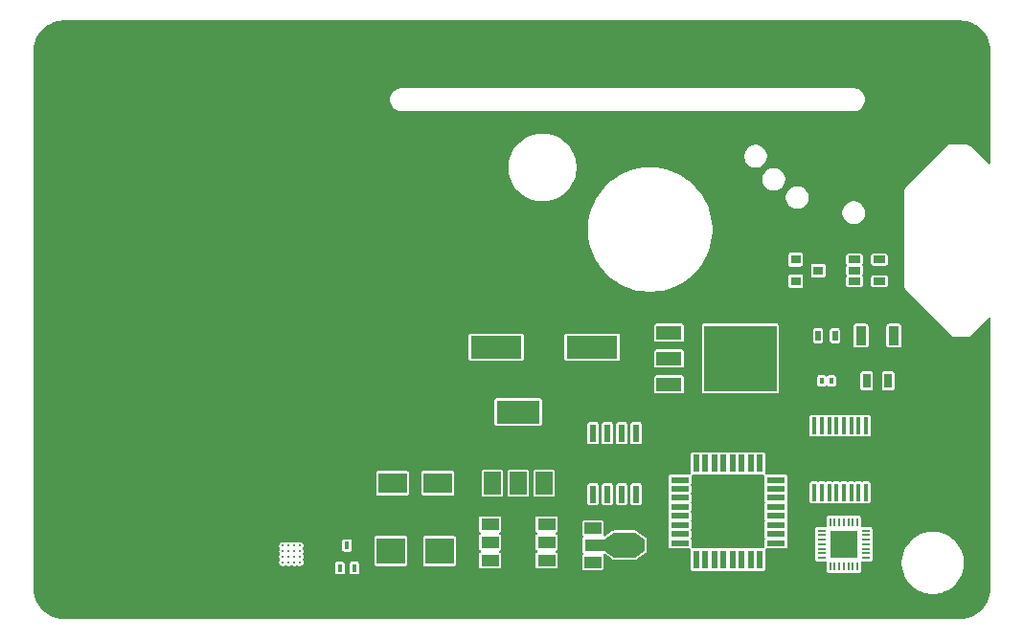
<source format=gbr>
%TF.GenerationSoftware,KiCad,Pcbnew,9.0.0*%
%TF.CreationDate,2025-03-10T22:23:41-04:00*%
%TF.ProjectId,cinnruler,63696e6e-7275-46c6-9572-2e6b69636164,rev?*%
%TF.SameCoordinates,Original*%
%TF.FileFunction,Copper,L2,Bot*%
%TF.FilePolarity,Positive*%
%FSLAX46Y46*%
G04 Gerber Fmt 4.6, Leading zero omitted, Abs format (unit mm)*
G04 Created by KiCad (PCBNEW 9.0.0) date 2025-03-10 22:23:41*
%MOMM*%
%LPD*%
G01*
G04 APERTURE LIST*
G04 Aperture macros list*
%AMOutline4P*
0 Free polygon, 4 corners , with rotation*
0 The origin of the aperture is its center*
0 number of corners: always 4*
0 $1 to $8 corner X, Y*
0 $9 Rotation angle, in degrees counterclockwise*
0 create outline with 4 corners*
4,1,4,$1,$2,$3,$4,$5,$6,$7,$8,$1,$2,$9*%
G04 Aperture macros list end*
%TA.AperFunction,SMDPad,CuDef*%
%ADD10R,0.800000X0.200000*%
%TD*%
%TA.AperFunction,SMDPad,CuDef*%
%ADD11R,0.200000X0.800000*%
%TD*%
%TA.AperFunction,SMDPad,CuDef*%
%ADD12R,1.200000X1.200000*%
%TD*%
%TA.AperFunction,SMDPad,CuDef*%
%ADD13R,0.600000X1.550000*%
%TD*%
%TA.AperFunction,SMDPad,CuDef*%
%ADD14R,2.500000X1.800000*%
%TD*%
%TA.AperFunction,SMDPad,CuDef*%
%ADD15R,1.500000X1.000000*%
%TD*%
%TA.AperFunction,SMDPad,CuDef*%
%ADD16R,1.800000X1.000000*%
%TD*%
%TA.AperFunction,SMDPad,CuDef*%
%ADD17Outline4P,-0.400000X-0.500000X0.400000X-0.500000X1.100000X0.500000X-1.100000X0.500000X270.000000*%
%TD*%
%TA.AperFunction,SMDPad,CuDef*%
%ADD18R,1.840000X2.200000*%
%TD*%
%TA.AperFunction,SMDPad,CuDef*%
%ADD19Outline4P,-0.500000X-0.425000X0.500000X-0.425000X1.100000X0.425000X-1.100000X0.425000X90.000000*%
%TD*%
%TA.AperFunction,SMDPad,CuDef*%
%ADD20R,0.900000X0.800000*%
%TD*%
%TA.AperFunction,SMDPad,CuDef*%
%ADD21R,0.700000X1.300000*%
%TD*%
%TA.AperFunction,SMDPad,CuDef*%
%ADD22R,0.450000X0.700000*%
%TD*%
%TA.AperFunction,SMDPad,CuDef*%
%ADD23R,1.060000X0.650000*%
%TD*%
%TA.AperFunction,SMDPad,CuDef*%
%ADD24R,2.200000X1.200000*%
%TD*%
%TA.AperFunction,SMDPad,CuDef*%
%ADD25R,3.050000X2.750000*%
%TD*%
%TA.AperFunction,SMDPad,CuDef*%
%ADD26R,6.400000X5.800000*%
%TD*%
%TA.AperFunction,SMDPad,CuDef*%
%ADD27R,4.500000X2.000000*%
%TD*%
%TA.AperFunction,SMDPad,CuDef*%
%ADD28R,2.500000X2.300000*%
%TD*%
%TA.AperFunction,SMDPad,CuDef*%
%ADD29R,0.450000X1.500000*%
%TD*%
%TA.AperFunction,SMDPad,CuDef*%
%ADD30R,1.600000X0.550000*%
%TD*%
%TA.AperFunction,SMDPad,CuDef*%
%ADD31R,0.550000X1.600000*%
%TD*%
%TA.AperFunction,SMDPad,CuDef*%
%ADD32C,0.250000*%
%TD*%
%TA.AperFunction,SMDPad,CuDef*%
%ADD33R,0.400000X0.600000*%
%TD*%
%TA.AperFunction,SMDPad,CuDef*%
%ADD34R,0.500000X0.900000*%
%TD*%
%TA.AperFunction,SMDPad,CuDef*%
%ADD35R,0.900000X1.700000*%
%TD*%
%TA.AperFunction,SMDPad,CuDef*%
%ADD36R,1.500000X2.000000*%
%TD*%
%TA.AperFunction,SMDPad,CuDef*%
%ADD37R,3.800000X2.000000*%
%TD*%
%TA.AperFunction,SMDPad,CuDef*%
%ADD38R,1.600000X1.000000*%
%TD*%
G04 APERTURE END LIST*
D10*
%TO.P,QFN28,1*%
%TO.N,N/C*%
X160172000Y-108052000D03*
%TO.P,QFN28,2*%
X160172000Y-107652000D03*
%TO.P,QFN28,3*%
X160172000Y-107252000D03*
%TO.P,QFN28,4*%
X160172000Y-106852000D03*
%TO.P,QFN28,5*%
X160172000Y-106452000D03*
%TO.P,QFN28,6*%
X160172000Y-106052000D03*
%TO.P,QFN28,7*%
X160172000Y-105652000D03*
D11*
%TO.P,QFN28,8*%
X160922000Y-104902000D03*
%TO.P,QFN28,9*%
X161322000Y-104902000D03*
%TO.P,QFN28,10*%
X161722000Y-104902000D03*
%TO.P,QFN28,11*%
X162122000Y-104902000D03*
%TO.P,QFN28,12*%
X162522000Y-104902000D03*
%TO.P,QFN28,13*%
X162922000Y-104902000D03*
%TO.P,QFN28,14*%
X163322000Y-104902000D03*
D10*
%TO.P,QFN28,15*%
X164072000Y-105652000D03*
%TO.P,QFN28,16*%
X164072000Y-106052000D03*
%TO.P,QFN28,17*%
X164072000Y-106452000D03*
%TO.P,QFN28,18*%
X164072000Y-106852000D03*
%TO.P,QFN28,19*%
X164072000Y-107252000D03*
%TO.P,QFN28,20*%
X164072000Y-107652000D03*
%TO.P,QFN28,21*%
X164072000Y-108052000D03*
D11*
%TO.P,QFN28,22*%
X163322000Y-108802000D03*
%TO.P,QFN28,23*%
X162922000Y-108802000D03*
%TO.P,QFN28,24*%
X162522000Y-108802000D03*
%TO.P,QFN28,25*%
X162122000Y-108802000D03*
%TO.P,QFN28,26*%
X161722000Y-108802000D03*
%TO.P,QFN28,27*%
X161322000Y-108802000D03*
%TO.P,QFN28,28*%
X160922000Y-108802000D03*
D12*
%TO.P,QFN28,29*%
X161522000Y-106252000D03*
X161522000Y-107452000D03*
X162722000Y-106252000D03*
X162722000Y-107452000D03*
%TD*%
D13*
%TO.P,SOIC8,1*%
%TO.N,N/C*%
X143764000Y-102428000D03*
%TO.P,SOIC8,2*%
X142494000Y-102428000D03*
%TO.P,SOIC8,3*%
X141224000Y-102428000D03*
%TO.P,SOIC8,4*%
X139954000Y-102428000D03*
%TO.P,SOIC8,5*%
X139954000Y-97028000D03*
%TO.P,SOIC8,6*%
X141224000Y-97028000D03*
%TO.P,SOIC8,7*%
X142494000Y-97028000D03*
%TO.P,SOIC8,8*%
X143764000Y-97028000D03*
%TD*%
D14*
%TO.P,SMA,1*%
%TO.N,N/C*%
X122238000Y-101442000D03*
%TO.P,SMA,2*%
X126238000Y-101442000D03*
%TD*%
D15*
%TO.P,SOT89,1*%
%TO.N,N/C*%
X139934500Y-108434000D03*
D16*
%TO.P,SOT89,2*%
X140081000Y-106934000D03*
D17*
X141338300Y-106934000D03*
D18*
X142748000Y-106934000D03*
D19*
X144081500Y-106934000D03*
D15*
%TO.P,SOT89,3*%
X139934500Y-105434000D03*
%TD*%
D20*
%TO.P,SOT23,1*%
%TO.N,N/C*%
X157868000Y-83566000D03*
%TO.P,SOT23,2*%
X157868000Y-81666000D03*
%TO.P,SOT23,3*%
X159868000Y-82616000D03*
%TD*%
D21*
%TO.P,0805,1*%
%TO.N,N/C*%
X166050000Y-92392000D03*
%TO.P,0805,2*%
X164150000Y-92392000D03*
%TD*%
D22*
%TO.P,SC70/,1*%
%TO.N,N/C*%
X118872000Y-108950000D03*
%TO.P,SC70/,2*%
X117572000Y-108950000D03*
%TO.P,SC70/,3*%
X118222000Y-106950000D03*
%TD*%
D23*
%TO.P,SOT23-5,1*%
%TO.N,N/C*%
X163068000Y-83566000D03*
%TO.P,SOT23-5,2*%
X163068000Y-82616000D03*
%TO.P,SOT23-5,3*%
X163068000Y-81666000D03*
%TO.P,SOT23-5,4*%
X165268000Y-81666000D03*
%TO.P,SOT23-5,5*%
X165268000Y-83566000D03*
%TD*%
D24*
%TO.P,D-PAK/TO-252,1*%
%TO.N,N/C*%
X146676000Y-92704000D03*
%TO.P,D-PAK/TO-252,2*%
X146676000Y-90424000D03*
D25*
X151301000Y-88899000D03*
X151301000Y-91949000D03*
D26*
X152976000Y-90424000D03*
D25*
X154651000Y-88899000D03*
X154651000Y-91949000D03*
D24*
%TO.P,D-PAK/TO-252,3*%
X146676000Y-88144000D03*
%TD*%
D27*
%TO.P,HC49,1*%
%TO.N,N/C*%
X131386000Y-89408000D03*
%TO.P,HC49,2*%
X139886000Y-89408000D03*
%TD*%
D28*
%TO.P,SMB,1*%
%TO.N,N/C*%
X126388000Y-107442000D03*
%TO.P,SMB,2*%
X122088000Y-107442000D03*
%TD*%
D29*
%TO.P,TSSOP,1*%
%TO.N,N/C*%
X164073000Y-102264000D03*
%TO.P,TSSOP,2*%
X163423001Y-102264000D03*
%TO.P,TSSOP,3*%
X162773000Y-102264000D03*
%TO.P,TSSOP,4*%
X162123000Y-102264000D03*
%TO.P,TSSOP,5*%
X161473000Y-102264000D03*
%TO.P,TSSOP,6*%
X160823000Y-102264000D03*
%TO.P,TSSOP,7*%
X160172999Y-102264000D03*
%TO.P,TSSOP,8*%
X159523000Y-102264000D03*
%TO.P,TSSOP,9*%
X159523000Y-96364000D03*
%TO.P,TSSOP,10*%
X160172999Y-96364000D03*
%TO.P,TSSOP,11*%
X160823000Y-96364000D03*
%TO.P,TSSOP,12*%
X161473000Y-96364000D03*
%TO.P,TSSOP,13*%
X162123000Y-96364000D03*
%TO.P,TSSOP,14*%
X162773000Y-96364000D03*
%TO.P,TSSOP,15*%
X163423001Y-96364000D03*
%TO.P,TSSOP,16*%
X164073000Y-96364000D03*
%TD*%
D30*
%TO.P,TQFP32,1*%
%TO.N,N/C*%
X147636000Y-106754000D03*
%TO.P,TQFP32,2*%
X147636000Y-105954000D03*
%TO.P,TQFP32,3*%
X147636000Y-105154000D03*
%TO.P,TQFP32,4*%
X147636000Y-104354000D03*
%TO.P,TQFP32,5*%
X147636000Y-103554000D03*
%TO.P,TQFP32,6*%
X147636000Y-102754000D03*
%TO.P,TQFP32,7*%
X147636000Y-101954000D03*
%TO.P,TQFP32,8*%
X147636000Y-101154000D03*
D31*
%TO.P,TQFP32,9*%
X149086000Y-99704000D03*
%TO.P,TQFP32,10*%
X149886000Y-99704000D03*
%TO.P,TQFP32,11*%
X150686000Y-99704000D03*
%TO.P,TQFP32,12*%
X151486000Y-99704000D03*
%TO.P,TQFP32,13*%
X152286000Y-99704000D03*
%TO.P,TQFP32,14*%
X153086000Y-99704000D03*
%TO.P,TQFP32,15*%
X153886000Y-99704000D03*
%TO.P,TQFP32,16*%
X154686000Y-99704000D03*
D30*
%TO.P,TQFP32,17*%
X156136000Y-101154000D03*
%TO.P,TQFP32,18*%
X156136000Y-101954000D03*
%TO.P,TQFP32,19*%
X156136000Y-102754000D03*
%TO.P,TQFP32,20*%
X156136000Y-103554000D03*
%TO.P,TQFP32,21*%
X156136000Y-104354000D03*
%TO.P,TQFP32,22*%
X156136000Y-105154000D03*
%TO.P,TQFP32,23*%
X156136000Y-105954000D03*
%TO.P,TQFP32,24*%
X156136000Y-106754000D03*
D31*
%TO.P,TQFP32,25*%
X154686000Y-108204000D03*
%TO.P,TQFP32,26*%
X153886000Y-108204000D03*
%TO.P,TQFP32,27*%
X153086000Y-108204000D03*
%TO.P,TQFP32,28*%
X152286000Y-108204000D03*
%TO.P,TQFP32,29*%
X151486000Y-108204000D03*
%TO.P,TQFP32,30*%
X150686000Y-108204000D03*
%TO.P,TQFP32,31*%
X149886000Y-108204000D03*
%TO.P,TQFP32,32*%
X149086000Y-108204000D03*
%TD*%
D32*
%TO.P,BGA16,A1*%
%TO.N,N/C*%
X112538000Y-108458000D03*
%TO.P,BGA16,A2*%
X113038000Y-108458000D03*
%TO.P,BGA16,A3*%
X113538000Y-108458000D03*
%TO.P,BGA16,A4*%
X114038000Y-108458000D03*
%TO.P,BGA16,B1*%
X112538000Y-107958000D03*
%TO.P,BGA16,B2*%
X113038000Y-107958000D03*
%TO.P,BGA16,B3*%
X113538000Y-107958000D03*
%TO.P,BGA16,B4*%
X114038000Y-107958000D03*
%TO.P,BGA16,C1*%
X112538000Y-107458000D03*
%TO.P,BGA16,C2*%
X113038000Y-107458000D03*
%TO.P,BGA16,C3*%
X113538000Y-107458000D03*
%TO.P,BGA16,C4*%
X114038000Y-107458000D03*
%TO.P,BGA16,D1*%
X112538000Y-106958000D03*
%TO.P,BGA16,D2*%
X113038000Y-106958000D03*
%TO.P,BGA16,D3*%
X113538000Y-106958000D03*
%TO.P,BGA16,D4*%
X114038000Y-106958000D03*
%TD*%
D33*
%TO.P,0402,1*%
%TO.N,N/C*%
X160150000Y-92392000D03*
%TO.P,0402,2*%
X161050000Y-92392000D03*
%TD*%
D34*
%TO.P,0603,1*%
%TO.N,N/C*%
X159850000Y-88392000D03*
%TO.P,0603,2*%
X161350000Y-88392000D03*
%TD*%
D35*
%TO.P,1206,1*%
%TO.N,N/C*%
X166550000Y-88392000D03*
%TO.P,1206,2*%
X163650000Y-88392000D03*
%TD*%
D36*
%TO.P,SOT223,1*%
%TO.N,N/C*%
X135650000Y-101448000D03*
%TO.P,SOT223,2*%
X133350000Y-101447999D03*
%TO.P,SOT223,3*%
X131050000Y-101448000D03*
D37*
%TO.P,SOT223,4*%
X133350000Y-95148001D03*
%TD*%
D38*
%TO.P,WS2812,1*%
%TO.N,N/C*%
X130850000Y-108280000D03*
%TO.P,WS2812,2*%
X130850000Y-106680000D03*
%TO.P,WS2812,3*%
X130850000Y-105080000D03*
%TO.P,WS2812,4*%
X135850000Y-105080000D03*
%TO.P,WS2812,5*%
X135850000Y-106680000D03*
%TO.P,WS2812,6*%
X135850000Y-108280000D03*
%TD*%
%TA.AperFunction,NonConductor*%
G36*
X172420986Y-60499141D02*
G01*
X172450878Y-60500819D01*
X172710573Y-60515405D01*
X172724377Y-60516961D01*
X173006889Y-60564963D01*
X173020440Y-60568056D01*
X173295805Y-60647390D01*
X173308909Y-60651975D01*
X173559114Y-60755615D01*
X173573662Y-60761642D01*
X173586190Y-60767676D01*
X173836978Y-60906284D01*
X173848752Y-60913682D01*
X174082450Y-61079503D01*
X174093322Y-61088173D01*
X174306990Y-61279122D01*
X174316822Y-61288955D01*
X174507758Y-61502617D01*
X174516428Y-61513489D01*
X174682245Y-61747190D01*
X174689643Y-61758964D01*
X174828248Y-62009757D01*
X174834282Y-62022286D01*
X174943939Y-62287033D01*
X174948531Y-62300158D01*
X175027854Y-62575509D01*
X175030948Y-62589066D01*
X175078943Y-62871565D01*
X175080500Y-62885383D01*
X175096822Y-63176100D01*
X175097017Y-63183049D01*
X175097017Y-63214892D01*
X175097017Y-63244331D01*
X175097017Y-63244333D01*
X175097018Y-63254325D01*
X175097018Y-73089842D01*
X175077333Y-73156881D01*
X175024529Y-73202636D01*
X174955371Y-73212580D01*
X174891815Y-73183555D01*
X174885337Y-73177523D01*
X173307316Y-71599502D01*
X173307314Y-71599500D01*
X173200707Y-71537950D01*
X173193187Y-71533608D01*
X173129539Y-71516554D01*
X173065892Y-71499500D01*
X171565892Y-71499500D01*
X171434107Y-71499500D01*
X171306812Y-71533608D01*
X171192686Y-71599500D01*
X171192683Y-71599502D01*
X167599502Y-75192683D01*
X167599500Y-75192686D01*
X167533608Y-75306812D01*
X167522803Y-75347139D01*
X167499500Y-75434108D01*
X167499500Y-83934108D01*
X167499500Y-84065892D01*
X167516554Y-84129539D01*
X167533608Y-84193187D01*
X167566554Y-84250250D01*
X167599500Y-84307314D01*
X167599501Y-84307315D01*
X167599502Y-84307316D01*
X171595159Y-88302972D01*
X171595169Y-88302983D01*
X171599499Y-88307313D01*
X171599500Y-88307314D01*
X171692686Y-88400500D01*
X171806814Y-88466392D01*
X171934107Y-88500500D01*
X171934108Y-88500500D01*
X171934109Y-88500500D01*
X173065890Y-88500500D01*
X173065892Y-88500500D01*
X173193186Y-88466392D01*
X173307314Y-88400500D01*
X174885337Y-86822475D01*
X174946660Y-86788991D01*
X175016352Y-86793975D01*
X175072285Y-86835847D01*
X175096702Y-86901311D01*
X175097018Y-86910157D01*
X175097018Y-110794956D01*
X175096823Y-110801911D01*
X175080556Y-111091493D01*
X175078999Y-111105310D01*
X175030995Y-111387818D01*
X175027900Y-111401375D01*
X174948572Y-111676716D01*
X174943980Y-111689841D01*
X174834314Y-111954591D01*
X174828280Y-111967119D01*
X174689671Y-112217909D01*
X174682273Y-112229683D01*
X174516449Y-112463388D01*
X174507779Y-112474260D01*
X174316837Y-112687921D01*
X174307005Y-112697753D01*
X174093343Y-112888692D01*
X174082471Y-112897362D01*
X173848764Y-113063185D01*
X173836990Y-113070583D01*
X173586192Y-113209194D01*
X173573664Y-113215227D01*
X173308928Y-113324885D01*
X173295802Y-113329478D01*
X173020443Y-113408807D01*
X173006887Y-113411901D01*
X172724387Y-113459901D01*
X172710570Y-113461458D01*
X172550096Y-113470471D01*
X172420481Y-113477751D01*
X172413541Y-113477946D01*
X93251015Y-113477946D01*
X93243410Y-113477945D01*
X93243407Y-113477945D01*
X93213147Y-113477945D01*
X93180991Y-113477945D01*
X93180990Y-113477944D01*
X93174041Y-113477750D01*
X92884454Y-113461489D01*
X92870636Y-113459932D01*
X92588130Y-113411934D01*
X92574573Y-113408840D01*
X92299216Y-113329513D01*
X92286091Y-113324921D01*
X92021334Y-113215258D01*
X92008806Y-113209224D01*
X91758010Y-113070617D01*
X91746236Y-113063219D01*
X91512529Y-112897398D01*
X91501657Y-112888728D01*
X91287990Y-112697787D01*
X91278157Y-112687955D01*
X91087202Y-112474282D01*
X91078532Y-112463410D01*
X90912702Y-112229699D01*
X90905312Y-112217937D01*
X90766691Y-111967127D01*
X90760658Y-111954599D01*
X90752285Y-111934386D01*
X90650993Y-111689856D01*
X90646407Y-111676749D01*
X90567070Y-111401375D01*
X90563978Y-111387829D01*
X90534766Y-111215911D01*
X90515972Y-111105309D01*
X90514416Y-111091497D01*
X90511811Y-111045131D01*
X90498214Y-110803066D01*
X90498019Y-110796112D01*
X90498019Y-106915147D01*
X112212500Y-106915147D01*
X112212500Y-107000853D01*
X112232687Y-107076190D01*
X112234682Y-107083637D01*
X112234682Y-107083638D01*
X112270687Y-107146001D01*
X112287159Y-107213901D01*
X112270687Y-107269999D01*
X112234682Y-107332361D01*
X112234682Y-107332362D01*
X112212500Y-107415147D01*
X112212500Y-107500853D01*
X112233574Y-107579500D01*
X112234682Y-107583637D01*
X112234682Y-107583638D01*
X112270687Y-107646001D01*
X112287159Y-107713901D01*
X112270687Y-107769999D01*
X112234682Y-107832361D01*
X112234682Y-107832362D01*
X112212500Y-107915147D01*
X112212500Y-108000853D01*
X112222601Y-108038548D01*
X112234682Y-108083637D01*
X112234682Y-108083638D01*
X112270687Y-108146001D01*
X112287159Y-108213901D01*
X112270687Y-108269999D01*
X112234682Y-108332361D01*
X112234682Y-108332362D01*
X112212500Y-108415147D01*
X112212500Y-108500853D01*
X112234682Y-108583636D01*
X112234682Y-108583637D01*
X112234685Y-108583644D01*
X112277530Y-108657855D01*
X112277534Y-108657860D01*
X112277535Y-108657862D01*
X112338138Y-108718465D01*
X112338140Y-108718466D01*
X112338144Y-108718469D01*
X112412355Y-108761314D01*
X112412362Y-108761318D01*
X112495147Y-108783500D01*
X112495149Y-108783500D01*
X112580851Y-108783500D01*
X112580853Y-108783500D01*
X112663638Y-108761318D01*
X112726001Y-108725312D01*
X112793900Y-108708840D01*
X112849998Y-108725312D01*
X112912362Y-108761318D01*
X112995147Y-108783500D01*
X112995149Y-108783500D01*
X113080851Y-108783500D01*
X113080853Y-108783500D01*
X113163638Y-108761318D01*
X113226001Y-108725312D01*
X113293900Y-108708840D01*
X113349998Y-108725312D01*
X113412362Y-108761318D01*
X113495147Y-108783500D01*
X113495149Y-108783500D01*
X113580851Y-108783500D01*
X113580853Y-108783500D01*
X113663638Y-108761318D01*
X113726001Y-108725312D01*
X113793900Y-108708840D01*
X113849998Y-108725312D01*
X113912362Y-108761318D01*
X113995147Y-108783500D01*
X113995149Y-108783500D01*
X114080851Y-108783500D01*
X114080853Y-108783500D01*
X114163638Y-108761318D01*
X114237862Y-108718465D01*
X114298465Y-108657862D01*
X114341318Y-108583638D01*
X114342227Y-108580247D01*
X117146500Y-108580247D01*
X117146500Y-109319752D01*
X117158131Y-109378229D01*
X117158132Y-109378230D01*
X117202447Y-109444552D01*
X117268769Y-109488867D01*
X117268770Y-109488868D01*
X117327247Y-109500499D01*
X117327250Y-109500500D01*
X117327252Y-109500500D01*
X117816750Y-109500500D01*
X117816751Y-109500499D01*
X117831568Y-109497552D01*
X117875229Y-109488868D01*
X117875229Y-109488867D01*
X117875231Y-109488867D01*
X117941552Y-109444552D01*
X117985867Y-109378231D01*
X117985867Y-109378229D01*
X117985868Y-109378229D01*
X117997499Y-109319752D01*
X117997500Y-109319750D01*
X117997500Y-108580249D01*
X117997499Y-108580247D01*
X118446500Y-108580247D01*
X118446500Y-109319752D01*
X118458131Y-109378229D01*
X118458132Y-109378230D01*
X118502447Y-109444552D01*
X118568769Y-109488867D01*
X118568770Y-109488868D01*
X118627247Y-109500499D01*
X118627250Y-109500500D01*
X118627252Y-109500500D01*
X119116750Y-109500500D01*
X119116751Y-109500499D01*
X119131568Y-109497552D01*
X119175229Y-109488868D01*
X119175229Y-109488867D01*
X119175231Y-109488867D01*
X119241552Y-109444552D01*
X119285867Y-109378231D01*
X119285867Y-109378229D01*
X119285868Y-109378229D01*
X119297499Y-109319752D01*
X119297500Y-109319750D01*
X119297500Y-108580249D01*
X119297499Y-108580247D01*
X119285868Y-108521770D01*
X119285867Y-108521769D01*
X119241552Y-108455447D01*
X119175230Y-108411132D01*
X119175229Y-108411131D01*
X119116752Y-108399500D01*
X119116748Y-108399500D01*
X118627252Y-108399500D01*
X118627247Y-108399500D01*
X118568770Y-108411131D01*
X118568769Y-108411132D01*
X118502447Y-108455447D01*
X118458132Y-108521769D01*
X118458131Y-108521770D01*
X118446500Y-108580247D01*
X117997499Y-108580247D01*
X117985868Y-108521770D01*
X117985867Y-108521769D01*
X117941552Y-108455447D01*
X117875230Y-108411132D01*
X117875229Y-108411131D01*
X117816752Y-108399500D01*
X117816748Y-108399500D01*
X117327252Y-108399500D01*
X117327247Y-108399500D01*
X117268770Y-108411131D01*
X117268769Y-108411132D01*
X117202447Y-108455447D01*
X117158132Y-108521769D01*
X117158131Y-108521770D01*
X117146500Y-108580247D01*
X114342227Y-108580247D01*
X114363500Y-108500853D01*
X114363500Y-108415147D01*
X114341318Y-108332362D01*
X114305312Y-108269998D01*
X114288840Y-108202100D01*
X114305313Y-108146000D01*
X114341318Y-108083638D01*
X114363500Y-108000853D01*
X114363500Y-107915147D01*
X114341318Y-107832362D01*
X114305312Y-107769998D01*
X114288840Y-107702100D01*
X114305313Y-107646000D01*
X114311272Y-107635679D01*
X114341318Y-107583638D01*
X114363500Y-107500853D01*
X114363500Y-107415147D01*
X114341318Y-107332362D01*
X114305312Y-107269998D01*
X114288840Y-107202100D01*
X114305313Y-107146000D01*
X114341318Y-107083638D01*
X114363500Y-107000853D01*
X114363500Y-106915147D01*
X114341318Y-106832362D01*
X114341314Y-106832355D01*
X114298469Y-106758144D01*
X114298463Y-106758136D01*
X114237863Y-106697536D01*
X114237862Y-106697535D01*
X114163638Y-106654682D01*
X114080853Y-106632500D01*
X113995147Y-106632500D01*
X113912362Y-106654682D01*
X113912361Y-106654682D01*
X113849999Y-106690687D01*
X113782099Y-106707159D01*
X113726001Y-106690687D01*
X113663638Y-106654682D01*
X113580853Y-106632500D01*
X113495147Y-106632500D01*
X113412362Y-106654682D01*
X113412361Y-106654682D01*
X113349999Y-106690687D01*
X113282099Y-106707159D01*
X113226001Y-106690687D01*
X113163638Y-106654682D01*
X113080853Y-106632500D01*
X112995147Y-106632500D01*
X112912362Y-106654682D01*
X112912361Y-106654682D01*
X112849999Y-106690687D01*
X112782099Y-106707159D01*
X112726001Y-106690687D01*
X112663638Y-106654682D01*
X112580853Y-106632500D01*
X112495147Y-106632500D01*
X112412362Y-106654682D01*
X112412355Y-106654685D01*
X112338144Y-106697530D01*
X112338136Y-106697536D01*
X112277536Y-106758136D01*
X112277530Y-106758144D01*
X112234685Y-106832355D01*
X112234682Y-106832362D01*
X112212500Y-106915147D01*
X90498019Y-106915147D01*
X90498019Y-106580247D01*
X117796500Y-106580247D01*
X117796500Y-107319752D01*
X117808131Y-107378229D01*
X117808132Y-107378230D01*
X117852447Y-107444552D01*
X117918769Y-107488867D01*
X117918770Y-107488868D01*
X117977247Y-107500499D01*
X117977250Y-107500500D01*
X117977252Y-107500500D01*
X118466750Y-107500500D01*
X118466751Y-107500499D01*
X118481568Y-107497552D01*
X118525229Y-107488868D01*
X118525229Y-107488867D01*
X118525231Y-107488867D01*
X118591552Y-107444552D01*
X118635867Y-107378231D01*
X118635867Y-107378229D01*
X118635868Y-107378229D01*
X118644991Y-107332361D01*
X118647500Y-107319748D01*
X118647500Y-106580252D01*
X118647500Y-106580249D01*
X118647499Y-106580247D01*
X118635868Y-106521770D01*
X118635867Y-106521769D01*
X118591552Y-106455447D01*
X118525230Y-106411132D01*
X118525229Y-106411131D01*
X118466752Y-106399500D01*
X118466748Y-106399500D01*
X117977252Y-106399500D01*
X117977247Y-106399500D01*
X117918770Y-106411131D01*
X117918769Y-106411132D01*
X117852447Y-106455447D01*
X117808132Y-106521769D01*
X117808131Y-106521770D01*
X117796500Y-106580247D01*
X90498019Y-106580247D01*
X90498019Y-106272247D01*
X120637500Y-106272247D01*
X120637500Y-108611752D01*
X120649131Y-108670229D01*
X120649132Y-108670230D01*
X120693447Y-108736552D01*
X120759769Y-108780867D01*
X120759770Y-108780868D01*
X120818247Y-108792499D01*
X120818250Y-108792500D01*
X120818252Y-108792500D01*
X123357750Y-108792500D01*
X123357751Y-108792499D01*
X123372568Y-108789552D01*
X123416229Y-108780868D01*
X123416229Y-108780867D01*
X123416231Y-108780867D01*
X123482552Y-108736552D01*
X123526867Y-108670231D01*
X123526867Y-108670229D01*
X123526868Y-108670229D01*
X123538499Y-108611752D01*
X123538500Y-108611750D01*
X123538500Y-106272249D01*
X123538499Y-106272247D01*
X124937500Y-106272247D01*
X124937500Y-108611752D01*
X124949131Y-108670229D01*
X124949132Y-108670230D01*
X124993447Y-108736552D01*
X125059769Y-108780867D01*
X125059770Y-108780868D01*
X125118247Y-108792499D01*
X125118250Y-108792500D01*
X125118252Y-108792500D01*
X127657750Y-108792500D01*
X127657751Y-108792499D01*
X127672568Y-108789552D01*
X127716229Y-108780868D01*
X127716229Y-108780867D01*
X127716231Y-108780867D01*
X127782552Y-108736552D01*
X127826867Y-108670231D01*
X127826867Y-108670229D01*
X127826868Y-108670229D01*
X127838499Y-108611752D01*
X127838500Y-108611750D01*
X127838500Y-106272249D01*
X127838499Y-106272247D01*
X127826868Y-106213770D01*
X127826867Y-106213769D01*
X127782552Y-106147447D01*
X127716230Y-106103132D01*
X127716229Y-106103131D01*
X127657752Y-106091500D01*
X127657748Y-106091500D01*
X125118252Y-106091500D01*
X125118247Y-106091500D01*
X125059770Y-106103131D01*
X125059769Y-106103132D01*
X124993447Y-106147447D01*
X124949132Y-106213769D01*
X124949131Y-106213770D01*
X124937500Y-106272247D01*
X123538499Y-106272247D01*
X123526868Y-106213770D01*
X123526867Y-106213769D01*
X123482552Y-106147447D01*
X123416230Y-106103132D01*
X123416229Y-106103131D01*
X123357752Y-106091500D01*
X123357748Y-106091500D01*
X120818252Y-106091500D01*
X120818247Y-106091500D01*
X120759770Y-106103131D01*
X120759769Y-106103132D01*
X120693447Y-106147447D01*
X120649132Y-106213769D01*
X120649131Y-106213770D01*
X120637500Y-106272247D01*
X90498019Y-106272247D01*
X90498019Y-104560247D01*
X129849500Y-104560247D01*
X129849500Y-105599752D01*
X129861131Y-105658229D01*
X129861132Y-105658230D01*
X129905447Y-105724552D01*
X129981923Y-105775652D01*
X129979908Y-105778666D01*
X130017904Y-105809293D01*
X130039961Y-105875590D01*
X130022673Y-105943287D01*
X129980632Y-105982417D01*
X129981923Y-105984348D01*
X129905447Y-106035447D01*
X129861132Y-106101769D01*
X129861131Y-106101770D01*
X129849500Y-106160247D01*
X129849500Y-107199752D01*
X129861131Y-107258229D01*
X129861132Y-107258230D01*
X129905447Y-107324552D01*
X129981923Y-107375652D01*
X129979908Y-107378666D01*
X130017904Y-107409293D01*
X130039961Y-107475590D01*
X130022673Y-107543287D01*
X129980632Y-107582417D01*
X129981923Y-107584348D01*
X129905447Y-107635447D01*
X129861132Y-107701769D01*
X129861131Y-107701770D01*
X129849500Y-107760247D01*
X129849500Y-108799752D01*
X129861131Y-108858229D01*
X129861132Y-108858230D01*
X129905447Y-108924552D01*
X129971769Y-108968867D01*
X129971770Y-108968868D01*
X130030247Y-108980499D01*
X130030250Y-108980500D01*
X130030252Y-108980500D01*
X131669750Y-108980500D01*
X131669751Y-108980499D01*
X131684568Y-108977552D01*
X131728229Y-108968868D01*
X131728229Y-108968867D01*
X131728231Y-108968867D01*
X131794552Y-108924552D01*
X131838867Y-108858231D01*
X131838867Y-108858229D01*
X131838868Y-108858229D01*
X131850499Y-108799752D01*
X131850500Y-108799750D01*
X131850500Y-107760249D01*
X131850499Y-107760247D01*
X131838868Y-107701770D01*
X131838867Y-107701769D01*
X131794552Y-107635447D01*
X131718077Y-107584348D01*
X131720091Y-107581332D01*
X131682103Y-107550719D01*
X131660039Y-107484424D01*
X131677319Y-107416725D01*
X131719365Y-107377579D01*
X131718077Y-107375652D01*
X131794552Y-107324552D01*
X131831003Y-107270000D01*
X131838867Y-107258231D01*
X131838867Y-107258229D01*
X131838868Y-107258229D01*
X131847685Y-107213901D01*
X131850500Y-107199748D01*
X131850500Y-106160252D01*
X131850500Y-106160249D01*
X131850499Y-106160247D01*
X131838868Y-106101770D01*
X131838867Y-106101769D01*
X131794552Y-106035447D01*
X131718077Y-105984348D01*
X131720091Y-105981332D01*
X131682103Y-105950719D01*
X131660039Y-105884424D01*
X131677319Y-105816725D01*
X131719365Y-105777579D01*
X131718077Y-105775652D01*
X131794552Y-105724552D01*
X131806262Y-105707027D01*
X131838867Y-105658231D01*
X131838867Y-105658229D01*
X131838868Y-105658229D01*
X131850499Y-105599752D01*
X131850500Y-105599750D01*
X131850500Y-104560249D01*
X131850499Y-104560247D01*
X134849500Y-104560247D01*
X134849500Y-105599752D01*
X134861131Y-105658229D01*
X134861132Y-105658230D01*
X134905447Y-105724552D01*
X134981923Y-105775652D01*
X134979908Y-105778666D01*
X135017904Y-105809293D01*
X135039961Y-105875590D01*
X135022673Y-105943287D01*
X134980632Y-105982417D01*
X134981923Y-105984348D01*
X134905447Y-106035447D01*
X134861132Y-106101769D01*
X134861131Y-106101770D01*
X134849500Y-106160247D01*
X134849500Y-107199752D01*
X134861131Y-107258229D01*
X134861132Y-107258230D01*
X134905447Y-107324552D01*
X134981923Y-107375652D01*
X134979908Y-107378666D01*
X135017904Y-107409293D01*
X135039961Y-107475590D01*
X135022673Y-107543287D01*
X134980632Y-107582417D01*
X134981923Y-107584348D01*
X134905447Y-107635447D01*
X134861132Y-107701769D01*
X134861131Y-107701770D01*
X134849500Y-107760247D01*
X134849500Y-108799752D01*
X134861131Y-108858229D01*
X134861132Y-108858230D01*
X134905447Y-108924552D01*
X134971769Y-108968867D01*
X134971770Y-108968868D01*
X135030247Y-108980499D01*
X135030250Y-108980500D01*
X135030252Y-108980500D01*
X136669750Y-108980500D01*
X136669751Y-108980499D01*
X136684568Y-108977552D01*
X136728229Y-108968868D01*
X136728229Y-108968867D01*
X136728231Y-108968867D01*
X136794552Y-108924552D01*
X136838867Y-108858231D01*
X136838867Y-108858229D01*
X136838868Y-108858229D01*
X136850499Y-108799752D01*
X136850500Y-108799750D01*
X136850500Y-107760249D01*
X136850499Y-107760247D01*
X136838868Y-107701770D01*
X136838867Y-107701769D01*
X136794552Y-107635447D01*
X136718077Y-107584348D01*
X136720091Y-107581332D01*
X136682103Y-107550719D01*
X136660039Y-107484424D01*
X136677319Y-107416725D01*
X136719365Y-107377579D01*
X136718077Y-107375652D01*
X136794552Y-107324552D01*
X136831003Y-107270000D01*
X136838867Y-107258231D01*
X136838867Y-107258229D01*
X136838868Y-107258229D01*
X136847685Y-107213901D01*
X136850500Y-107199748D01*
X136850500Y-106414247D01*
X138980500Y-106414247D01*
X138980500Y-107453752D01*
X138992131Y-107512229D01*
X138992132Y-107512230D01*
X139036447Y-107578552D01*
X139041708Y-107582067D01*
X139086513Y-107635679D01*
X139095220Y-107705004D01*
X139065066Y-107768032D01*
X139041712Y-107788269D01*
X139039947Y-107789448D01*
X138995632Y-107855769D01*
X138995631Y-107855770D01*
X138984000Y-107914247D01*
X138984000Y-108953752D01*
X138995631Y-109012229D01*
X138995632Y-109012230D01*
X139039947Y-109078552D01*
X139106269Y-109122867D01*
X139106270Y-109122868D01*
X139164747Y-109134499D01*
X139164750Y-109134500D01*
X139164752Y-109134500D01*
X140704250Y-109134500D01*
X140704251Y-109134499D01*
X140719068Y-109131552D01*
X140762729Y-109122868D01*
X140762729Y-109122867D01*
X140762731Y-109122867D01*
X140829052Y-109078552D01*
X140873367Y-109012231D01*
X140873367Y-109012229D01*
X140873368Y-109012229D01*
X140883467Y-108961455D01*
X140885000Y-108953748D01*
X140885000Y-107914252D01*
X140885000Y-107914249D01*
X140875263Y-107865301D01*
X140881490Y-107795710D01*
X140924352Y-107740532D01*
X140990242Y-107717287D01*
X141058239Y-107733354D01*
X141067989Y-107739524D01*
X141318882Y-107915149D01*
X141673144Y-108163132D01*
X141683448Y-108178552D01*
X141749769Y-108222867D01*
X141774396Y-108227765D01*
X141776841Y-108228971D01*
X141784878Y-108229850D01*
X141785455Y-108229964D01*
X141785923Y-108230251D01*
X141790198Y-108230909D01*
X141808248Y-108234500D01*
X141808252Y-108234500D01*
X141820592Y-108234500D01*
X141834083Y-108235236D01*
X141856131Y-108237649D01*
X141868294Y-108236584D01*
X141868315Y-108236831D01*
X141884639Y-108234500D01*
X143628071Y-108234500D01*
X143639070Y-108237683D01*
X143667633Y-108234500D01*
X143687748Y-108234500D01*
X143709106Y-108230251D01*
X143713374Y-108229401D01*
X143718343Y-108228849D01*
X143719801Y-108228123D01*
X143723809Y-108227325D01*
X143746231Y-108222867D01*
X143746232Y-108222866D01*
X143746233Y-108222866D01*
X143768481Y-108208000D01*
X143812552Y-108178552D01*
X143812556Y-108178545D01*
X143821187Y-108169916D01*
X143821319Y-108170048D01*
X143843102Y-108147698D01*
X144375699Y-107771750D01*
X144644748Y-107581834D01*
X144644750Y-107581832D01*
X144644749Y-107581832D01*
X144644756Y-107581828D01*
X144666173Y-107561653D01*
X144702869Y-107490832D01*
X144707000Y-107461700D01*
X144707000Y-106406299D01*
X144702869Y-106377168D01*
X144666173Y-106306347D01*
X144666171Y-106306345D01*
X144644757Y-106286173D01*
X143846453Y-105722665D01*
X143846444Y-105722659D01*
X143824298Y-105707027D01*
X143812552Y-105689448D01*
X143746231Y-105645133D01*
X143719802Y-105639876D01*
X143718343Y-105639151D01*
X143713372Y-105638597D01*
X143706732Y-105637276D01*
X143687749Y-105633500D01*
X143687748Y-105633500D01*
X143674528Y-105633500D01*
X143660793Y-105632737D01*
X143639068Y-105630315D01*
X143626902Y-105631357D01*
X143626886Y-105631174D01*
X143610486Y-105633500D01*
X141866932Y-105633500D01*
X141856131Y-105630351D01*
X141827359Y-105633500D01*
X141808252Y-105633500D01*
X141790178Y-105637094D01*
X141790177Y-105637093D01*
X141784859Y-105638151D01*
X141776841Y-105639029D01*
X141774399Y-105640232D01*
X141763765Y-105642348D01*
X141749768Y-105645132D01*
X141683448Y-105689447D01*
X141674814Y-105698082D01*
X141674292Y-105697560D01*
X141654081Y-105718211D01*
X141067989Y-106128476D01*
X141001780Y-106150794D01*
X140934015Y-106133774D01*
X140886209Y-106082820D01*
X140873541Y-106014108D01*
X140875263Y-106002699D01*
X140885000Y-105953750D01*
X140885000Y-104914249D01*
X140884999Y-104914247D01*
X140873368Y-104855770D01*
X140873367Y-104855769D01*
X140829052Y-104789447D01*
X140762730Y-104745132D01*
X140762729Y-104745131D01*
X140704252Y-104733500D01*
X140704248Y-104733500D01*
X139164752Y-104733500D01*
X139164747Y-104733500D01*
X139106270Y-104745131D01*
X139106269Y-104745132D01*
X139039947Y-104789447D01*
X138995632Y-104855769D01*
X138995631Y-104855770D01*
X138984000Y-104914247D01*
X138984000Y-105953752D01*
X138995631Y-106012229D01*
X138995632Y-106012230D01*
X139039946Y-106078550D01*
X139039947Y-106078550D01*
X139039948Y-106078552D01*
X139041707Y-106079727D01*
X139044682Y-106083287D01*
X139048583Y-106087188D01*
X139048234Y-106087536D01*
X139086512Y-106133338D01*
X139095221Y-106202663D01*
X139065067Y-106265691D01*
X139041712Y-106285929D01*
X139036449Y-106289445D01*
X139036448Y-106289446D01*
X138992132Y-106355769D01*
X138992131Y-106355770D01*
X138980500Y-106414247D01*
X136850500Y-106414247D01*
X136850500Y-106160252D01*
X136850500Y-106160249D01*
X136850499Y-106160247D01*
X136838868Y-106101770D01*
X136838867Y-106101769D01*
X136794552Y-106035447D01*
X136718077Y-105984348D01*
X136720091Y-105981332D01*
X136682103Y-105950719D01*
X136660039Y-105884424D01*
X136677319Y-105816725D01*
X136719365Y-105777579D01*
X136718077Y-105775652D01*
X136794552Y-105724552D01*
X136806262Y-105707027D01*
X136838867Y-105658231D01*
X136838867Y-105658229D01*
X136838868Y-105658229D01*
X136850499Y-105599752D01*
X136850500Y-105599750D01*
X136850500Y-104560249D01*
X136850499Y-104560247D01*
X136838868Y-104501770D01*
X136838867Y-104501769D01*
X136794552Y-104435447D01*
X136728230Y-104391132D01*
X136728229Y-104391131D01*
X136669752Y-104379500D01*
X136669748Y-104379500D01*
X135030252Y-104379500D01*
X135030247Y-104379500D01*
X134971770Y-104391131D01*
X134971769Y-104391132D01*
X134905447Y-104435447D01*
X134861132Y-104501769D01*
X134861131Y-104501770D01*
X134849500Y-104560247D01*
X131850499Y-104560247D01*
X131838868Y-104501770D01*
X131838867Y-104501769D01*
X131794552Y-104435447D01*
X131728230Y-104391132D01*
X131728229Y-104391131D01*
X131669752Y-104379500D01*
X131669748Y-104379500D01*
X130030252Y-104379500D01*
X130030247Y-104379500D01*
X129971770Y-104391131D01*
X129971769Y-104391132D01*
X129905447Y-104435447D01*
X129861132Y-104501769D01*
X129861131Y-104501770D01*
X129849500Y-104560247D01*
X90498019Y-104560247D01*
X90498019Y-100522247D01*
X120787500Y-100522247D01*
X120787500Y-102361752D01*
X120799131Y-102420229D01*
X120799132Y-102420230D01*
X120843447Y-102486552D01*
X120909769Y-102530867D01*
X120909770Y-102530868D01*
X120968247Y-102542499D01*
X120968250Y-102542500D01*
X120968252Y-102542500D01*
X123507750Y-102542500D01*
X123507751Y-102542499D01*
X123522568Y-102539552D01*
X123566229Y-102530868D01*
X123566229Y-102530867D01*
X123566231Y-102530867D01*
X123632552Y-102486552D01*
X123676867Y-102420231D01*
X123676867Y-102420229D01*
X123676868Y-102420229D01*
X123688499Y-102361752D01*
X123688500Y-102361750D01*
X123688500Y-100522249D01*
X123688499Y-100522247D01*
X124787500Y-100522247D01*
X124787500Y-102361752D01*
X124799131Y-102420229D01*
X124799132Y-102420230D01*
X124843447Y-102486552D01*
X124909769Y-102530867D01*
X124909770Y-102530868D01*
X124968247Y-102542499D01*
X124968250Y-102542500D01*
X124968252Y-102542500D01*
X127507750Y-102542500D01*
X127507751Y-102542499D01*
X127522568Y-102539552D01*
X127566229Y-102530868D01*
X127566229Y-102530867D01*
X127566231Y-102530867D01*
X127632552Y-102486552D01*
X127676867Y-102420231D01*
X127676867Y-102420229D01*
X127676868Y-102420229D01*
X127688499Y-102361752D01*
X127688500Y-102361750D01*
X127688500Y-100522249D01*
X127688499Y-100522247D01*
X127676868Y-100463770D01*
X127676867Y-100463769D01*
X127653132Y-100428247D01*
X130099500Y-100428247D01*
X130099500Y-102467752D01*
X130111131Y-102526229D01*
X130111132Y-102526230D01*
X130155447Y-102592552D01*
X130221769Y-102636867D01*
X130221770Y-102636868D01*
X130280247Y-102648499D01*
X130280250Y-102648500D01*
X130280252Y-102648500D01*
X131819750Y-102648500D01*
X131819751Y-102648499D01*
X131834568Y-102645552D01*
X131878229Y-102636868D01*
X131878229Y-102636867D01*
X131878231Y-102636867D01*
X131944552Y-102592552D01*
X131988867Y-102526231D01*
X131988867Y-102526229D01*
X131988868Y-102526229D01*
X132000499Y-102467752D01*
X132000500Y-102467750D01*
X132000500Y-100428250D01*
X132000499Y-100428246D01*
X132399500Y-100428246D01*
X132399500Y-102467751D01*
X132411131Y-102526228D01*
X132411132Y-102526229D01*
X132455447Y-102592551D01*
X132521769Y-102636866D01*
X132521770Y-102636867D01*
X132580247Y-102648498D01*
X132580250Y-102648499D01*
X132580252Y-102648499D01*
X134119750Y-102648499D01*
X134119751Y-102648498D01*
X134134568Y-102645551D01*
X134178229Y-102636867D01*
X134178229Y-102636866D01*
X134178231Y-102636866D01*
X134244552Y-102592551D01*
X134288867Y-102526230D01*
X134288867Y-102526228D01*
X134288868Y-102526228D01*
X134300499Y-102467751D01*
X134300500Y-102467749D01*
X134300500Y-100428248D01*
X134300499Y-100428247D01*
X134699500Y-100428247D01*
X134699500Y-102467752D01*
X134711131Y-102526229D01*
X134711132Y-102526230D01*
X134755447Y-102592552D01*
X134821769Y-102636867D01*
X134821770Y-102636868D01*
X134880247Y-102648499D01*
X134880250Y-102648500D01*
X134880252Y-102648500D01*
X136419750Y-102648500D01*
X136419751Y-102648499D01*
X136434568Y-102645552D01*
X136478229Y-102636868D01*
X136478229Y-102636867D01*
X136478231Y-102636867D01*
X136544552Y-102592552D01*
X136588867Y-102526231D01*
X136588867Y-102526229D01*
X136588868Y-102526229D01*
X136600499Y-102467752D01*
X136600500Y-102467750D01*
X136600500Y-101633247D01*
X139453500Y-101633247D01*
X139453500Y-103222752D01*
X139465131Y-103281229D01*
X139465132Y-103281230D01*
X139509447Y-103347552D01*
X139575769Y-103391867D01*
X139575770Y-103391868D01*
X139634247Y-103403499D01*
X139634250Y-103403500D01*
X139634252Y-103403500D01*
X140273750Y-103403500D01*
X140273751Y-103403499D01*
X140288568Y-103400552D01*
X140332229Y-103391868D01*
X140332229Y-103391867D01*
X140332231Y-103391867D01*
X140398552Y-103347552D01*
X140442867Y-103281231D01*
X140442867Y-103281229D01*
X140442868Y-103281229D01*
X140454499Y-103222752D01*
X140454500Y-103222750D01*
X140454500Y-101633249D01*
X140454499Y-101633247D01*
X140723500Y-101633247D01*
X140723500Y-103222752D01*
X140735131Y-103281229D01*
X140735132Y-103281230D01*
X140779447Y-103347552D01*
X140845769Y-103391867D01*
X140845770Y-103391868D01*
X140904247Y-103403499D01*
X140904250Y-103403500D01*
X140904252Y-103403500D01*
X141543750Y-103403500D01*
X141543751Y-103403499D01*
X141558568Y-103400552D01*
X141602229Y-103391868D01*
X141602229Y-103391867D01*
X141602231Y-103391867D01*
X141668552Y-103347552D01*
X141712867Y-103281231D01*
X141712867Y-103281229D01*
X141712868Y-103281229D01*
X141724499Y-103222752D01*
X141724500Y-103222750D01*
X141724500Y-101633249D01*
X141724499Y-101633247D01*
X141993500Y-101633247D01*
X141993500Y-103222752D01*
X142005131Y-103281229D01*
X142005132Y-103281230D01*
X142049447Y-103347552D01*
X142115769Y-103391867D01*
X142115770Y-103391868D01*
X142174247Y-103403499D01*
X142174250Y-103403500D01*
X142174252Y-103403500D01*
X142813750Y-103403500D01*
X142813751Y-103403499D01*
X142828568Y-103400552D01*
X142872229Y-103391868D01*
X142872229Y-103391867D01*
X142872231Y-103391867D01*
X142938552Y-103347552D01*
X142982867Y-103281231D01*
X142982867Y-103281229D01*
X142982868Y-103281229D01*
X142994499Y-103222752D01*
X142994500Y-103222750D01*
X142994500Y-101633249D01*
X142994499Y-101633247D01*
X143263500Y-101633247D01*
X143263500Y-103222752D01*
X143275131Y-103281229D01*
X143275132Y-103281230D01*
X143319447Y-103347552D01*
X143385769Y-103391867D01*
X143385770Y-103391868D01*
X143444247Y-103403499D01*
X143444250Y-103403500D01*
X143444252Y-103403500D01*
X144083750Y-103403500D01*
X144083751Y-103403499D01*
X144098568Y-103400552D01*
X144142229Y-103391868D01*
X144142229Y-103391867D01*
X144142231Y-103391867D01*
X144208552Y-103347552D01*
X144252867Y-103281231D01*
X144252867Y-103281229D01*
X144252868Y-103281229D01*
X144264499Y-103222752D01*
X144264500Y-103222750D01*
X144264500Y-101633249D01*
X144264499Y-101633247D01*
X144252868Y-101574770D01*
X144252867Y-101574769D01*
X144208552Y-101508447D01*
X144142230Y-101464132D01*
X144142229Y-101464131D01*
X144083752Y-101452500D01*
X144083748Y-101452500D01*
X143444252Y-101452500D01*
X143444247Y-101452500D01*
X143385770Y-101464131D01*
X143385769Y-101464132D01*
X143319447Y-101508447D01*
X143275132Y-101574769D01*
X143275131Y-101574770D01*
X143263500Y-101633247D01*
X142994499Y-101633247D01*
X142982868Y-101574770D01*
X142982867Y-101574769D01*
X142938552Y-101508447D01*
X142872230Y-101464132D01*
X142872229Y-101464131D01*
X142813752Y-101452500D01*
X142813748Y-101452500D01*
X142174252Y-101452500D01*
X142174247Y-101452500D01*
X142115770Y-101464131D01*
X142115769Y-101464132D01*
X142049447Y-101508447D01*
X142005132Y-101574769D01*
X142005131Y-101574770D01*
X141993500Y-101633247D01*
X141724499Y-101633247D01*
X141712868Y-101574770D01*
X141712867Y-101574769D01*
X141668552Y-101508447D01*
X141602230Y-101464132D01*
X141602229Y-101464131D01*
X141543752Y-101452500D01*
X141543748Y-101452500D01*
X140904252Y-101452500D01*
X140904247Y-101452500D01*
X140845770Y-101464131D01*
X140845769Y-101464132D01*
X140779447Y-101508447D01*
X140735132Y-101574769D01*
X140735131Y-101574770D01*
X140723500Y-101633247D01*
X140454499Y-101633247D01*
X140442868Y-101574770D01*
X140442867Y-101574769D01*
X140398552Y-101508447D01*
X140332230Y-101464132D01*
X140332229Y-101464131D01*
X140273752Y-101452500D01*
X140273748Y-101452500D01*
X139634252Y-101452500D01*
X139634247Y-101452500D01*
X139575770Y-101464131D01*
X139575769Y-101464132D01*
X139509447Y-101508447D01*
X139465132Y-101574769D01*
X139465131Y-101574770D01*
X139453500Y-101633247D01*
X136600500Y-101633247D01*
X136600500Y-100859247D01*
X146635500Y-100859247D01*
X146635500Y-101448752D01*
X146649515Y-101519209D01*
X146648239Y-101519462D01*
X146654317Y-101576023D01*
X146647303Y-101599910D01*
X146635500Y-101659247D01*
X146635500Y-102248752D01*
X146649515Y-102319209D01*
X146648239Y-102319462D01*
X146654317Y-102376023D01*
X146647303Y-102399910D01*
X146635500Y-102459247D01*
X146635500Y-103048752D01*
X146649515Y-103119209D01*
X146648239Y-103119462D01*
X146654317Y-103176023D01*
X146647303Y-103199910D01*
X146635500Y-103259247D01*
X146635500Y-103848752D01*
X146649515Y-103919209D01*
X146648239Y-103919462D01*
X146654317Y-103976023D01*
X146647303Y-103999910D01*
X146635500Y-104059247D01*
X146635500Y-104648752D01*
X146649515Y-104719209D01*
X146648239Y-104719462D01*
X146654317Y-104776023D01*
X146647303Y-104799910D01*
X146635500Y-104859247D01*
X146635500Y-105448752D01*
X146649515Y-105519209D01*
X146648239Y-105519462D01*
X146654317Y-105576023D01*
X146647303Y-105599910D01*
X146635500Y-105659247D01*
X146635500Y-106248752D01*
X146649515Y-106319209D01*
X146648239Y-106319462D01*
X146654317Y-106376023D01*
X146647303Y-106399910D01*
X146635500Y-106459247D01*
X146635500Y-107048752D01*
X146647131Y-107107229D01*
X146647132Y-107107230D01*
X146691447Y-107173552D01*
X146757769Y-107217867D01*
X146757770Y-107217868D01*
X146816247Y-107229499D01*
X146816250Y-107229500D01*
X146816252Y-107229500D01*
X148455749Y-107229500D01*
X148466909Y-107227280D01*
X148536501Y-107233507D01*
X148591679Y-107276369D01*
X148614924Y-107342258D01*
X148612721Y-107373082D01*
X148610500Y-107384250D01*
X148610500Y-109023752D01*
X148622131Y-109082229D01*
X148622132Y-109082230D01*
X148666447Y-109148552D01*
X148732769Y-109192867D01*
X148732770Y-109192868D01*
X148791247Y-109204499D01*
X148791250Y-109204500D01*
X148791252Y-109204500D01*
X149380750Y-109204500D01*
X149380751Y-109204499D01*
X149395485Y-109201568D01*
X149451210Y-109190485D01*
X149451464Y-109191762D01*
X149508009Y-109185680D01*
X149531899Y-109192694D01*
X149591247Y-109204499D01*
X149591250Y-109204500D01*
X149591252Y-109204500D01*
X150180750Y-109204500D01*
X150180751Y-109204499D01*
X150195485Y-109201568D01*
X150251210Y-109190485D01*
X150251464Y-109191762D01*
X150308009Y-109185680D01*
X150331899Y-109192694D01*
X150391247Y-109204499D01*
X150391250Y-109204500D01*
X150391252Y-109204500D01*
X150980750Y-109204500D01*
X150980751Y-109204499D01*
X150995485Y-109201568D01*
X151051210Y-109190485D01*
X151051464Y-109191762D01*
X151108009Y-109185680D01*
X151131899Y-109192694D01*
X151191247Y-109204499D01*
X151191250Y-109204500D01*
X151191252Y-109204500D01*
X151780750Y-109204500D01*
X151780751Y-109204499D01*
X151795485Y-109201568D01*
X151851210Y-109190485D01*
X151851464Y-109191762D01*
X151908009Y-109185680D01*
X151931899Y-109192694D01*
X151991247Y-109204499D01*
X151991250Y-109204500D01*
X151991252Y-109204500D01*
X152580750Y-109204500D01*
X152580751Y-109204499D01*
X152595485Y-109201568D01*
X152651210Y-109190485D01*
X152651464Y-109191762D01*
X152708009Y-109185680D01*
X152731899Y-109192694D01*
X152791247Y-109204499D01*
X152791250Y-109204500D01*
X152791252Y-109204500D01*
X153380750Y-109204500D01*
X153380751Y-109204499D01*
X153395485Y-109201568D01*
X153451210Y-109190485D01*
X153451464Y-109191762D01*
X153508009Y-109185680D01*
X153531899Y-109192694D01*
X153591247Y-109204499D01*
X153591250Y-109204500D01*
X153591252Y-109204500D01*
X154180750Y-109204500D01*
X154180751Y-109204499D01*
X154195485Y-109201568D01*
X154251210Y-109190485D01*
X154251464Y-109191762D01*
X154308009Y-109185680D01*
X154331899Y-109192694D01*
X154391247Y-109204499D01*
X154391250Y-109204500D01*
X154391252Y-109204500D01*
X154980750Y-109204500D01*
X154980751Y-109204499D01*
X154995568Y-109201552D01*
X155039229Y-109192868D01*
X155039229Y-109192867D01*
X155039231Y-109192867D01*
X155105552Y-109148552D01*
X155149867Y-109082231D01*
X155149867Y-109082229D01*
X155149868Y-109082229D01*
X155161499Y-109023752D01*
X155161500Y-109023750D01*
X155161500Y-107384249D01*
X155161499Y-107384247D01*
X155159280Y-107373088D01*
X155165507Y-107303497D01*
X155208370Y-107248319D01*
X155274260Y-107225075D01*
X155305088Y-107227280D01*
X155316247Y-107229499D01*
X155316250Y-107229500D01*
X155316252Y-107229500D01*
X156955750Y-107229500D01*
X156955751Y-107229499D01*
X156977994Y-107225075D01*
X157014229Y-107217868D01*
X157014229Y-107217867D01*
X157014231Y-107217867D01*
X157080552Y-107173552D01*
X157124867Y-107107231D01*
X157124867Y-107107229D01*
X157124868Y-107107229D01*
X157133552Y-107063568D01*
X157136500Y-107048748D01*
X157136500Y-106459252D01*
X157136500Y-106459249D01*
X157136499Y-106459247D01*
X157122485Y-106388790D01*
X157123762Y-106388535D01*
X157117680Y-106331991D01*
X157124694Y-106308100D01*
X157128404Y-106289448D01*
X157136500Y-106248748D01*
X157136500Y-105659252D01*
X157136500Y-105659249D01*
X157136499Y-105659247D01*
X157122485Y-105588790D01*
X157123762Y-105588535D01*
X157122630Y-105578009D01*
X157115720Y-105555459D01*
X157118598Y-105540530D01*
X157117708Y-105532247D01*
X159571500Y-105532247D01*
X159571500Y-105532252D01*
X159571500Y-105771748D01*
X159572277Y-105775652D01*
X159582651Y-105827810D01*
X159582651Y-105876190D01*
X159571501Y-105932249D01*
X159571500Y-105932252D01*
X159571500Y-106171748D01*
X159575011Y-106189399D01*
X159582651Y-106227810D01*
X159582651Y-106276190D01*
X159580014Y-106289448D01*
X159571500Y-106332252D01*
X159571500Y-106571748D01*
X159573191Y-106580247D01*
X159582651Y-106627810D01*
X159582651Y-106676190D01*
X159578405Y-106697536D01*
X159571500Y-106732252D01*
X159571500Y-106971748D01*
X159575011Y-106989399D01*
X159582651Y-107027810D01*
X159582651Y-107076190D01*
X159579759Y-107090732D01*
X159571500Y-107132252D01*
X159571500Y-107371748D01*
X159571767Y-107373088D01*
X159582651Y-107427810D01*
X159582651Y-107476190D01*
X159575482Y-107512231D01*
X159571500Y-107532252D01*
X159571500Y-107771748D01*
X159574786Y-107788269D01*
X159582651Y-107827810D01*
X159582651Y-107876190D01*
X159571500Y-107932252D01*
X159571500Y-108171752D01*
X159583131Y-108230229D01*
X159583132Y-108230230D01*
X159627447Y-108296552D01*
X159693769Y-108340867D01*
X159693770Y-108340868D01*
X159752247Y-108352499D01*
X159752250Y-108352500D01*
X160497500Y-108352500D01*
X160564539Y-108372185D01*
X160610294Y-108424989D01*
X160621500Y-108476500D01*
X160621500Y-109221752D01*
X160633131Y-109280229D01*
X160633132Y-109280230D01*
X160677447Y-109346552D01*
X160743769Y-109390867D01*
X160743770Y-109390868D01*
X160802247Y-109402499D01*
X160802250Y-109402500D01*
X160802252Y-109402500D01*
X161041750Y-109402500D01*
X161097808Y-109391349D01*
X161146192Y-109391349D01*
X161202249Y-109402500D01*
X161202252Y-109402500D01*
X161441750Y-109402500D01*
X161497808Y-109391349D01*
X161546192Y-109391349D01*
X161602249Y-109402500D01*
X161602252Y-109402500D01*
X161841750Y-109402500D01*
X161897808Y-109391349D01*
X161946192Y-109391349D01*
X162002249Y-109402500D01*
X162002252Y-109402500D01*
X162241750Y-109402500D01*
X162297808Y-109391349D01*
X162346192Y-109391349D01*
X162402249Y-109402500D01*
X162402252Y-109402500D01*
X162641750Y-109402500D01*
X162697808Y-109391349D01*
X162746192Y-109391349D01*
X162802249Y-109402500D01*
X162802252Y-109402500D01*
X163041750Y-109402500D01*
X163097808Y-109391349D01*
X163146192Y-109391349D01*
X163202249Y-109402500D01*
X163202252Y-109402500D01*
X163441750Y-109402500D01*
X163441751Y-109402499D01*
X163456568Y-109399552D01*
X163500229Y-109390868D01*
X163500229Y-109390867D01*
X163500231Y-109390867D01*
X163566552Y-109346552D01*
X163610867Y-109280231D01*
X163610867Y-109280229D01*
X163610868Y-109280229D01*
X163622499Y-109221752D01*
X163622500Y-109221750D01*
X163622500Y-108476500D01*
X163642185Y-108409461D01*
X163694989Y-108363706D01*
X163746500Y-108352500D01*
X164491750Y-108352500D01*
X164491751Y-108352499D01*
X164506568Y-108349552D01*
X164526800Y-108345528D01*
X167249500Y-108345528D01*
X167249500Y-108654471D01*
X167284086Y-108961437D01*
X167284089Y-108961455D01*
X167352831Y-109262635D01*
X167352835Y-109262647D01*
X167454862Y-109554222D01*
X167454868Y-109554236D01*
X167588903Y-109832562D01*
X167588905Y-109832565D01*
X167753265Y-110094143D01*
X167945880Y-110335674D01*
X168164326Y-110554120D01*
X168405857Y-110746735D01*
X168667435Y-110911095D01*
X168945771Y-111045135D01*
X168945777Y-111045137D01*
X169237352Y-111147164D01*
X169237364Y-111147168D01*
X169538548Y-111215911D01*
X169538554Y-111215911D01*
X169538562Y-111215913D01*
X169743206Y-111238970D01*
X169845529Y-111250499D01*
X169845532Y-111250500D01*
X169845535Y-111250500D01*
X170154468Y-111250500D01*
X170154469Y-111250499D01*
X170311356Y-111232822D01*
X170461437Y-111215913D01*
X170461442Y-111215912D01*
X170461452Y-111215911D01*
X170762636Y-111147168D01*
X171054229Y-111045135D01*
X171332565Y-110911095D01*
X171594143Y-110746735D01*
X171835674Y-110554120D01*
X172054120Y-110335674D01*
X172246735Y-110094143D01*
X172411095Y-109832565D01*
X172545135Y-109554229D01*
X172647168Y-109262636D01*
X172715911Y-108961452D01*
X172750500Y-108654465D01*
X172750500Y-108345535D01*
X172737508Y-108230228D01*
X172715913Y-108038562D01*
X172715910Y-108038544D01*
X172647168Y-107737364D01*
X172647164Y-107737352D01*
X172564408Y-107500851D01*
X172545135Y-107445771D01*
X172411095Y-107167435D01*
X172246735Y-106905857D01*
X172054120Y-106664326D01*
X171835674Y-106445880D01*
X171792101Y-106411132D01*
X171722680Y-106355770D01*
X171594143Y-106253265D01*
X171332565Y-106088905D01*
X171332562Y-106088903D01*
X171054236Y-105954868D01*
X171054222Y-105954862D01*
X170762647Y-105852835D01*
X170762635Y-105852831D01*
X170461455Y-105784089D01*
X170461437Y-105784086D01*
X170154471Y-105749500D01*
X170154465Y-105749500D01*
X169845535Y-105749500D01*
X169845528Y-105749500D01*
X169538562Y-105784086D01*
X169538544Y-105784089D01*
X169237364Y-105852831D01*
X169237352Y-105852835D01*
X168945777Y-105954862D01*
X168945763Y-105954868D01*
X168667437Y-106088903D01*
X168405858Y-106253264D01*
X168164326Y-106445879D01*
X167945879Y-106664326D01*
X167753264Y-106905858D01*
X167588903Y-107167437D01*
X167454868Y-107445763D01*
X167454862Y-107445777D01*
X167352835Y-107737352D01*
X167352831Y-107737364D01*
X167284089Y-108038544D01*
X167284086Y-108038562D01*
X167249500Y-108345528D01*
X164526800Y-108345528D01*
X164550229Y-108340868D01*
X164550229Y-108340867D01*
X164550231Y-108340867D01*
X164616552Y-108296552D01*
X164660867Y-108230231D01*
X164661287Y-108228123D01*
X164671146Y-108178554D01*
X164672500Y-108171748D01*
X164672500Y-107932252D01*
X164672500Y-107932249D01*
X164661349Y-107876192D01*
X164661349Y-107827808D01*
X164672500Y-107771750D01*
X164672500Y-107532249D01*
X164661349Y-107476192D01*
X164661349Y-107427808D01*
X164672500Y-107371750D01*
X164672500Y-107132249D01*
X164661349Y-107076192D01*
X164661349Y-107027808D01*
X164672500Y-106971750D01*
X164672500Y-106732249D01*
X164661349Y-106676192D01*
X164661349Y-106627808D01*
X164672500Y-106571750D01*
X164672500Y-106332249D01*
X164661349Y-106276192D01*
X164661349Y-106227808D01*
X164672500Y-106171750D01*
X164672500Y-105932249D01*
X164661349Y-105876192D01*
X164661349Y-105827808D01*
X164672500Y-105771750D01*
X164672500Y-105532249D01*
X164672499Y-105532247D01*
X164660868Y-105473770D01*
X164660867Y-105473769D01*
X164616552Y-105407447D01*
X164550230Y-105363132D01*
X164550229Y-105363131D01*
X164491752Y-105351500D01*
X164491748Y-105351500D01*
X163746500Y-105351500D01*
X163679461Y-105331815D01*
X163633706Y-105279011D01*
X163622500Y-105227500D01*
X163622500Y-104482249D01*
X163622499Y-104482247D01*
X163610868Y-104423770D01*
X163610867Y-104423769D01*
X163566552Y-104357447D01*
X163500230Y-104313132D01*
X163500229Y-104313131D01*
X163441752Y-104301500D01*
X163441748Y-104301500D01*
X163202252Y-104301500D01*
X163146190Y-104312651D01*
X163097810Y-104312651D01*
X163041748Y-104301500D01*
X162802252Y-104301500D01*
X162746190Y-104312651D01*
X162697810Y-104312651D01*
X162641748Y-104301500D01*
X162402252Y-104301500D01*
X162346190Y-104312651D01*
X162297810Y-104312651D01*
X162241748Y-104301500D01*
X162002252Y-104301500D01*
X161946190Y-104312651D01*
X161897810Y-104312651D01*
X161841748Y-104301500D01*
X161602252Y-104301500D01*
X161546190Y-104312651D01*
X161497810Y-104312651D01*
X161441748Y-104301500D01*
X161202252Y-104301500D01*
X161146190Y-104312651D01*
X161097810Y-104312651D01*
X161041748Y-104301500D01*
X160802252Y-104301500D01*
X160802247Y-104301500D01*
X160743770Y-104313131D01*
X160743769Y-104313132D01*
X160677447Y-104357447D01*
X160633132Y-104423769D01*
X160633131Y-104423770D01*
X160621500Y-104482247D01*
X160621500Y-105227500D01*
X160601815Y-105294539D01*
X160549011Y-105340294D01*
X160497500Y-105351500D01*
X159752247Y-105351500D01*
X159693770Y-105363131D01*
X159693769Y-105363132D01*
X159627447Y-105407447D01*
X159583132Y-105473769D01*
X159583131Y-105473770D01*
X159571500Y-105532247D01*
X157117708Y-105532247D01*
X157117680Y-105531991D01*
X157120331Y-105520467D01*
X157123454Y-105509344D01*
X157124867Y-105507231D01*
X157132427Y-105469222D01*
X157136500Y-105448750D01*
X157136500Y-104859249D01*
X157136499Y-104859247D01*
X157122485Y-104788790D01*
X157123762Y-104788535D01*
X157117680Y-104731991D01*
X157124694Y-104708100D01*
X157136499Y-104648752D01*
X157136500Y-104648750D01*
X157136500Y-104059249D01*
X157136499Y-104059247D01*
X157122485Y-103988790D01*
X157123762Y-103988535D01*
X157117680Y-103931991D01*
X157124694Y-103908100D01*
X157136499Y-103848752D01*
X157136500Y-103848750D01*
X157136500Y-103259249D01*
X157136499Y-103259247D01*
X157122485Y-103188790D01*
X157123762Y-103188535D01*
X157117680Y-103131991D01*
X157124694Y-103108100D01*
X157136499Y-103048752D01*
X157136500Y-103048750D01*
X157136500Y-102459249D01*
X157136499Y-102459247D01*
X157122485Y-102388790D01*
X157123762Y-102388535D01*
X157117680Y-102331991D01*
X157124694Y-102308100D01*
X157136499Y-102248752D01*
X157136500Y-102248750D01*
X157136500Y-101659249D01*
X157136499Y-101659247D01*
X157122485Y-101588790D01*
X157123762Y-101588535D01*
X157117680Y-101531991D01*
X157118961Y-101525795D01*
X157122453Y-101510843D01*
X157124867Y-101507231D01*
X157127450Y-101494247D01*
X159097500Y-101494247D01*
X159097500Y-103033752D01*
X159109131Y-103092229D01*
X159109132Y-103092230D01*
X159153447Y-103158552D01*
X159219769Y-103202867D01*
X159219770Y-103202868D01*
X159278247Y-103214499D01*
X159278250Y-103214500D01*
X159278252Y-103214500D01*
X159767749Y-103214500D01*
X159798481Y-103208386D01*
X159823808Y-103203349D01*
X159872191Y-103203349D01*
X159928248Y-103214500D01*
X159928251Y-103214500D01*
X160417748Y-103214500D01*
X160432406Y-103211583D01*
X160473807Y-103203349D01*
X160522188Y-103203349D01*
X160578247Y-103214499D01*
X160578250Y-103214500D01*
X160578252Y-103214500D01*
X161067750Y-103214500D01*
X161123808Y-103203349D01*
X161172192Y-103203349D01*
X161228249Y-103214500D01*
X161228252Y-103214500D01*
X161717750Y-103214500D01*
X161773808Y-103203349D01*
X161822192Y-103203349D01*
X161878249Y-103214500D01*
X161878252Y-103214500D01*
X162367750Y-103214500D01*
X162423808Y-103203349D01*
X162472192Y-103203349D01*
X162528249Y-103214500D01*
X162528252Y-103214500D01*
X163017749Y-103214500D01*
X163032407Y-103211583D01*
X163073808Y-103203349D01*
X163122189Y-103203349D01*
X163178248Y-103214499D01*
X163178251Y-103214500D01*
X163178253Y-103214500D01*
X163667750Y-103214500D01*
X163698482Y-103208386D01*
X163723809Y-103203349D01*
X163772192Y-103203349D01*
X163828249Y-103214500D01*
X163828252Y-103214500D01*
X164317750Y-103214500D01*
X164317751Y-103214499D01*
X164332568Y-103211552D01*
X164376229Y-103202868D01*
X164376229Y-103202867D01*
X164376231Y-103202867D01*
X164442552Y-103158552D01*
X164486867Y-103092231D01*
X164486867Y-103092229D01*
X164486868Y-103092229D01*
X164498499Y-103033752D01*
X164498500Y-103033750D01*
X164498500Y-101494249D01*
X164498499Y-101494247D01*
X164486868Y-101435770D01*
X164486867Y-101435769D01*
X164442552Y-101369447D01*
X164376230Y-101325132D01*
X164376229Y-101325131D01*
X164317752Y-101313500D01*
X164317748Y-101313500D01*
X163828252Y-101313500D01*
X163772190Y-101324651D01*
X163723809Y-101324650D01*
X163667753Y-101313500D01*
X163667749Y-101313500D01*
X163178253Y-101313500D01*
X163122190Y-101324651D01*
X163073810Y-101324651D01*
X163017748Y-101313500D01*
X162528252Y-101313500D01*
X162472190Y-101324651D01*
X162423810Y-101324651D01*
X162367748Y-101313500D01*
X161878252Y-101313500D01*
X161822190Y-101324651D01*
X161773810Y-101324651D01*
X161717748Y-101313500D01*
X161228252Y-101313500D01*
X161172190Y-101324651D01*
X161123810Y-101324651D01*
X161067748Y-101313500D01*
X160578252Y-101313500D01*
X160522189Y-101324651D01*
X160473809Y-101324651D01*
X160417747Y-101313500D01*
X159928251Y-101313500D01*
X159872189Y-101324651D01*
X159823808Y-101324650D01*
X159767752Y-101313500D01*
X159767748Y-101313500D01*
X159278252Y-101313500D01*
X159278247Y-101313500D01*
X159219770Y-101325131D01*
X159219769Y-101325132D01*
X159153447Y-101369447D01*
X159109132Y-101435769D01*
X159109131Y-101435770D01*
X159097500Y-101494247D01*
X157127450Y-101494247D01*
X157136500Y-101448748D01*
X157136500Y-100859252D01*
X157136500Y-100859250D01*
X157136500Y-100859249D01*
X157136499Y-100859247D01*
X157124868Y-100800770D01*
X157124867Y-100800769D01*
X157080552Y-100734447D01*
X157014230Y-100690132D01*
X157014229Y-100690131D01*
X156955752Y-100678500D01*
X156955748Y-100678500D01*
X155316252Y-100678500D01*
X155316251Y-100678500D01*
X155305082Y-100680721D01*
X155235490Y-100674489D01*
X155180315Y-100631623D01*
X155157074Y-100565732D01*
X155159280Y-100534909D01*
X155161500Y-100523749D01*
X155161500Y-98884249D01*
X155161499Y-98884247D01*
X155149868Y-98825770D01*
X155149867Y-98825769D01*
X155105552Y-98759447D01*
X155039230Y-98715132D01*
X155039229Y-98715131D01*
X154980752Y-98703500D01*
X154980748Y-98703500D01*
X154391252Y-98703500D01*
X154391249Y-98703500D01*
X154320791Y-98717515D01*
X154320537Y-98716239D01*
X154263977Y-98722317D01*
X154240089Y-98715303D01*
X154180751Y-98703500D01*
X154180748Y-98703500D01*
X153591252Y-98703500D01*
X153591249Y-98703500D01*
X153520791Y-98717515D01*
X153520537Y-98716239D01*
X153463977Y-98722317D01*
X153440089Y-98715303D01*
X153380751Y-98703500D01*
X153380748Y-98703500D01*
X152791252Y-98703500D01*
X152791249Y-98703500D01*
X152720791Y-98717515D01*
X152720537Y-98716239D01*
X152663977Y-98722317D01*
X152640089Y-98715303D01*
X152580751Y-98703500D01*
X152580748Y-98703500D01*
X151991252Y-98703500D01*
X151991249Y-98703500D01*
X151920791Y-98717515D01*
X151920537Y-98716239D01*
X151863977Y-98722317D01*
X151840089Y-98715303D01*
X151780751Y-98703500D01*
X151780748Y-98703500D01*
X151191252Y-98703500D01*
X151191249Y-98703500D01*
X151120791Y-98717515D01*
X151120537Y-98716239D01*
X151063977Y-98722317D01*
X151040089Y-98715303D01*
X150980751Y-98703500D01*
X150980748Y-98703500D01*
X150391252Y-98703500D01*
X150391249Y-98703500D01*
X150320791Y-98717515D01*
X150320537Y-98716239D01*
X150263977Y-98722317D01*
X150240089Y-98715303D01*
X150180751Y-98703500D01*
X150180748Y-98703500D01*
X149591252Y-98703500D01*
X149591249Y-98703500D01*
X149520791Y-98717515D01*
X149520537Y-98716239D01*
X149463977Y-98722317D01*
X149440089Y-98715303D01*
X149380751Y-98703500D01*
X149380748Y-98703500D01*
X148791252Y-98703500D01*
X148791247Y-98703500D01*
X148732770Y-98715131D01*
X148732769Y-98715132D01*
X148666447Y-98759447D01*
X148622132Y-98825769D01*
X148622131Y-98825770D01*
X148610500Y-98884247D01*
X148610500Y-100523755D01*
X148612720Y-100534916D01*
X148606490Y-100604507D01*
X148563624Y-100659683D01*
X148497734Y-100682925D01*
X148466916Y-100680720D01*
X148455755Y-100678500D01*
X148455748Y-100678500D01*
X146816252Y-100678500D01*
X146816247Y-100678500D01*
X146757770Y-100690131D01*
X146757769Y-100690132D01*
X146691447Y-100734447D01*
X146647132Y-100800769D01*
X146647131Y-100800770D01*
X146635500Y-100859247D01*
X136600500Y-100859247D01*
X136600500Y-100428249D01*
X136600499Y-100428247D01*
X136588868Y-100369770D01*
X136588867Y-100369769D01*
X136544552Y-100303447D01*
X136478230Y-100259132D01*
X136478229Y-100259131D01*
X136419752Y-100247500D01*
X136419748Y-100247500D01*
X134880252Y-100247500D01*
X134880247Y-100247500D01*
X134821770Y-100259131D01*
X134821769Y-100259132D01*
X134755447Y-100303447D01*
X134711132Y-100369769D01*
X134711131Y-100369770D01*
X134699500Y-100428247D01*
X134300499Y-100428247D01*
X134300499Y-100428246D01*
X134288868Y-100369769D01*
X134288867Y-100369768D01*
X134244552Y-100303446D01*
X134178230Y-100259131D01*
X134178229Y-100259130D01*
X134119752Y-100247499D01*
X134119748Y-100247499D01*
X132580252Y-100247499D01*
X132580247Y-100247499D01*
X132521770Y-100259130D01*
X132521769Y-100259131D01*
X132455447Y-100303446D01*
X132411132Y-100369768D01*
X132411131Y-100369769D01*
X132399500Y-100428246D01*
X132000499Y-100428246D01*
X131988868Y-100369770D01*
X131988867Y-100369769D01*
X131944552Y-100303447D01*
X131878230Y-100259132D01*
X131878229Y-100259131D01*
X131819752Y-100247500D01*
X131819748Y-100247500D01*
X130280252Y-100247500D01*
X130280247Y-100247500D01*
X130221770Y-100259131D01*
X130221769Y-100259132D01*
X130155447Y-100303447D01*
X130111132Y-100369769D01*
X130111131Y-100369770D01*
X130099500Y-100428247D01*
X127653132Y-100428247D01*
X127632552Y-100397447D01*
X127566230Y-100353132D01*
X127566229Y-100353131D01*
X127507752Y-100341500D01*
X127507748Y-100341500D01*
X124968252Y-100341500D01*
X124968247Y-100341500D01*
X124909770Y-100353131D01*
X124909769Y-100353132D01*
X124843447Y-100397447D01*
X124799132Y-100463769D01*
X124799131Y-100463770D01*
X124787500Y-100522247D01*
X123688499Y-100522247D01*
X123676868Y-100463770D01*
X123676867Y-100463769D01*
X123632552Y-100397447D01*
X123566230Y-100353132D01*
X123566229Y-100353131D01*
X123507752Y-100341500D01*
X123507748Y-100341500D01*
X120968252Y-100341500D01*
X120968247Y-100341500D01*
X120909770Y-100353131D01*
X120909769Y-100353132D01*
X120843447Y-100397447D01*
X120799132Y-100463769D01*
X120799131Y-100463770D01*
X120787500Y-100522247D01*
X90498019Y-100522247D01*
X90498019Y-94128248D01*
X131249500Y-94128248D01*
X131249500Y-96167753D01*
X131261131Y-96226230D01*
X131261132Y-96226231D01*
X131305447Y-96292553D01*
X131371769Y-96336868D01*
X131371770Y-96336869D01*
X131430247Y-96348500D01*
X131430250Y-96348501D01*
X131430252Y-96348501D01*
X135269750Y-96348501D01*
X135269751Y-96348500D01*
X135284568Y-96345553D01*
X135328229Y-96336869D01*
X135328229Y-96336868D01*
X135328231Y-96336868D01*
X135394552Y-96292553D01*
X135434180Y-96233247D01*
X139453500Y-96233247D01*
X139453500Y-97822752D01*
X139465131Y-97881229D01*
X139465132Y-97881230D01*
X139509447Y-97947552D01*
X139575769Y-97991867D01*
X139575770Y-97991868D01*
X139634247Y-98003499D01*
X139634250Y-98003500D01*
X139634252Y-98003500D01*
X140273750Y-98003500D01*
X140273751Y-98003499D01*
X140288568Y-98000552D01*
X140332229Y-97991868D01*
X140332229Y-97991867D01*
X140332231Y-97991867D01*
X140398552Y-97947552D01*
X140442867Y-97881231D01*
X140442867Y-97881229D01*
X140442868Y-97881229D01*
X140454499Y-97822752D01*
X140454500Y-97822750D01*
X140454500Y-96233249D01*
X140454499Y-96233247D01*
X140723500Y-96233247D01*
X140723500Y-97822752D01*
X140735131Y-97881229D01*
X140735132Y-97881230D01*
X140779447Y-97947552D01*
X140845769Y-97991867D01*
X140845770Y-97991868D01*
X140904247Y-98003499D01*
X140904250Y-98003500D01*
X140904252Y-98003500D01*
X141543750Y-98003500D01*
X141543751Y-98003499D01*
X141558568Y-98000552D01*
X141602229Y-97991868D01*
X141602229Y-97991867D01*
X141602231Y-97991867D01*
X141668552Y-97947552D01*
X141712867Y-97881231D01*
X141712867Y-97881229D01*
X141712868Y-97881229D01*
X141724499Y-97822752D01*
X141724500Y-97822750D01*
X141724500Y-96233249D01*
X141724499Y-96233247D01*
X141993500Y-96233247D01*
X141993500Y-97822752D01*
X142005131Y-97881229D01*
X142005132Y-97881230D01*
X142049447Y-97947552D01*
X142115769Y-97991867D01*
X142115770Y-97991868D01*
X142174247Y-98003499D01*
X142174250Y-98003500D01*
X142174252Y-98003500D01*
X142813750Y-98003500D01*
X142813751Y-98003499D01*
X142828568Y-98000552D01*
X142872229Y-97991868D01*
X142872229Y-97991867D01*
X142872231Y-97991867D01*
X142938552Y-97947552D01*
X142982867Y-97881231D01*
X142982867Y-97881229D01*
X142982868Y-97881229D01*
X142994499Y-97822752D01*
X142994500Y-97822750D01*
X142994500Y-96233249D01*
X142994499Y-96233247D01*
X143263500Y-96233247D01*
X143263500Y-97822752D01*
X143275131Y-97881229D01*
X143275132Y-97881230D01*
X143319447Y-97947552D01*
X143385769Y-97991867D01*
X143385770Y-97991868D01*
X143444247Y-98003499D01*
X143444250Y-98003500D01*
X143444252Y-98003500D01*
X144083750Y-98003500D01*
X144083751Y-98003499D01*
X144098568Y-98000552D01*
X144142229Y-97991868D01*
X144142229Y-97991867D01*
X144142231Y-97991867D01*
X144208552Y-97947552D01*
X144252867Y-97881231D01*
X144252867Y-97881229D01*
X144252868Y-97881229D01*
X144264499Y-97822752D01*
X144264500Y-97822750D01*
X144264500Y-96233249D01*
X144264499Y-96233247D01*
X144252868Y-96174770D01*
X144252867Y-96174769D01*
X144208552Y-96108447D01*
X144142230Y-96064132D01*
X144142229Y-96064131D01*
X144083752Y-96052500D01*
X144083748Y-96052500D01*
X143444252Y-96052500D01*
X143444247Y-96052500D01*
X143385770Y-96064131D01*
X143385769Y-96064132D01*
X143319447Y-96108447D01*
X143275132Y-96174769D01*
X143275131Y-96174770D01*
X143263500Y-96233247D01*
X142994499Y-96233247D01*
X142982868Y-96174770D01*
X142982867Y-96174769D01*
X142938552Y-96108447D01*
X142872230Y-96064132D01*
X142872229Y-96064131D01*
X142813752Y-96052500D01*
X142813748Y-96052500D01*
X142174252Y-96052500D01*
X142174247Y-96052500D01*
X142115770Y-96064131D01*
X142115769Y-96064132D01*
X142049447Y-96108447D01*
X142005132Y-96174769D01*
X142005131Y-96174770D01*
X141993500Y-96233247D01*
X141724499Y-96233247D01*
X141712868Y-96174770D01*
X141712867Y-96174769D01*
X141668552Y-96108447D01*
X141602230Y-96064132D01*
X141602229Y-96064131D01*
X141543752Y-96052500D01*
X141543748Y-96052500D01*
X140904252Y-96052500D01*
X140904247Y-96052500D01*
X140845770Y-96064131D01*
X140845769Y-96064132D01*
X140779447Y-96108447D01*
X140735132Y-96174769D01*
X140735131Y-96174770D01*
X140723500Y-96233247D01*
X140454499Y-96233247D01*
X140442868Y-96174770D01*
X140442867Y-96174769D01*
X140398552Y-96108447D01*
X140332230Y-96064132D01*
X140332229Y-96064131D01*
X140273752Y-96052500D01*
X140273748Y-96052500D01*
X139634252Y-96052500D01*
X139634247Y-96052500D01*
X139575770Y-96064131D01*
X139575769Y-96064132D01*
X139509447Y-96108447D01*
X139465132Y-96174769D01*
X139465131Y-96174770D01*
X139453500Y-96233247D01*
X135434180Y-96233247D01*
X135438867Y-96226232D01*
X135438867Y-96226230D01*
X135438868Y-96226230D01*
X135443495Y-96202969D01*
X135450499Y-96167753D01*
X135450500Y-96167751D01*
X135450500Y-95594247D01*
X159097500Y-95594247D01*
X159097500Y-97133752D01*
X159109131Y-97192229D01*
X159109132Y-97192230D01*
X159153447Y-97258552D01*
X159219769Y-97302867D01*
X159219770Y-97302868D01*
X159278247Y-97314499D01*
X159278250Y-97314500D01*
X159278252Y-97314500D01*
X159767749Y-97314500D01*
X159798481Y-97308386D01*
X159823808Y-97303349D01*
X159872191Y-97303349D01*
X159928248Y-97314500D01*
X159928251Y-97314500D01*
X160417748Y-97314500D01*
X160432406Y-97311583D01*
X160473807Y-97303349D01*
X160522188Y-97303349D01*
X160578247Y-97314499D01*
X160578250Y-97314500D01*
X160578252Y-97314500D01*
X161067750Y-97314500D01*
X161123808Y-97303349D01*
X161172192Y-97303349D01*
X161228249Y-97314500D01*
X161228252Y-97314500D01*
X161717750Y-97314500D01*
X161773808Y-97303349D01*
X161822192Y-97303349D01*
X161878249Y-97314500D01*
X161878252Y-97314500D01*
X162367750Y-97314500D01*
X162423808Y-97303349D01*
X162472192Y-97303349D01*
X162528249Y-97314500D01*
X162528252Y-97314500D01*
X163017749Y-97314500D01*
X163032407Y-97311583D01*
X163073808Y-97303349D01*
X163122189Y-97303349D01*
X163178248Y-97314499D01*
X163178251Y-97314500D01*
X163178253Y-97314500D01*
X163667750Y-97314500D01*
X163698482Y-97308386D01*
X163723809Y-97303349D01*
X163772192Y-97303349D01*
X163828249Y-97314500D01*
X163828252Y-97314500D01*
X164317750Y-97314500D01*
X164317751Y-97314499D01*
X164332568Y-97311552D01*
X164376229Y-97302868D01*
X164376229Y-97302867D01*
X164376231Y-97302867D01*
X164442552Y-97258552D01*
X164486867Y-97192231D01*
X164486867Y-97192229D01*
X164486868Y-97192229D01*
X164498499Y-97133752D01*
X164498500Y-97133750D01*
X164498500Y-95594249D01*
X164498499Y-95594247D01*
X164486868Y-95535770D01*
X164486867Y-95535769D01*
X164442552Y-95469447D01*
X164376230Y-95425132D01*
X164376229Y-95425131D01*
X164317752Y-95413500D01*
X164317748Y-95413500D01*
X163828252Y-95413500D01*
X163772190Y-95424651D01*
X163723809Y-95424650D01*
X163667753Y-95413500D01*
X163667749Y-95413500D01*
X163178253Y-95413500D01*
X163122190Y-95424651D01*
X163073810Y-95424651D01*
X163017748Y-95413500D01*
X162528252Y-95413500D01*
X162472190Y-95424651D01*
X162423810Y-95424651D01*
X162367748Y-95413500D01*
X161878252Y-95413500D01*
X161822190Y-95424651D01*
X161773810Y-95424651D01*
X161717748Y-95413500D01*
X161228252Y-95413500D01*
X161172190Y-95424651D01*
X161123810Y-95424651D01*
X161067748Y-95413500D01*
X160578252Y-95413500D01*
X160522189Y-95424651D01*
X160473809Y-95424651D01*
X160417747Y-95413500D01*
X159928251Y-95413500D01*
X159872189Y-95424651D01*
X159823808Y-95424650D01*
X159767752Y-95413500D01*
X159767748Y-95413500D01*
X159278252Y-95413500D01*
X159278247Y-95413500D01*
X159219770Y-95425131D01*
X159219769Y-95425132D01*
X159153447Y-95469447D01*
X159109132Y-95535769D01*
X159109131Y-95535770D01*
X159097500Y-95594247D01*
X135450500Y-95594247D01*
X135450500Y-94128250D01*
X135450499Y-94128248D01*
X135438868Y-94069771D01*
X135438867Y-94069770D01*
X135394552Y-94003448D01*
X135328230Y-93959133D01*
X135328229Y-93959132D01*
X135269752Y-93947501D01*
X135269748Y-93947501D01*
X131430252Y-93947501D01*
X131430247Y-93947501D01*
X131371770Y-93959132D01*
X131371769Y-93959133D01*
X131305447Y-94003448D01*
X131261132Y-94069770D01*
X131261131Y-94069771D01*
X131249500Y-94128248D01*
X90498019Y-94128248D01*
X90498019Y-92084247D01*
X145375500Y-92084247D01*
X145375500Y-93323752D01*
X145387131Y-93382229D01*
X145387132Y-93382230D01*
X145431447Y-93448552D01*
X145497769Y-93492867D01*
X145497770Y-93492868D01*
X145556247Y-93504499D01*
X145556250Y-93504500D01*
X145556252Y-93504500D01*
X147795750Y-93504500D01*
X147795751Y-93504499D01*
X147810568Y-93501552D01*
X147854229Y-93492868D01*
X147854229Y-93492867D01*
X147854231Y-93492867D01*
X147920552Y-93448552D01*
X147964867Y-93382231D01*
X147964867Y-93382229D01*
X147964868Y-93382229D01*
X147976499Y-93323752D01*
X147976500Y-93323750D01*
X147976500Y-92084249D01*
X147976499Y-92084247D01*
X147964868Y-92025770D01*
X147964867Y-92025769D01*
X147920552Y-91959447D01*
X147854230Y-91915132D01*
X147854229Y-91915131D01*
X147795752Y-91903500D01*
X147795748Y-91903500D01*
X145556252Y-91903500D01*
X145556247Y-91903500D01*
X145497770Y-91915131D01*
X145497769Y-91915132D01*
X145431447Y-91959447D01*
X145387132Y-92025769D01*
X145387131Y-92025770D01*
X145375500Y-92084247D01*
X90498019Y-92084247D01*
X90498019Y-88388247D01*
X128935500Y-88388247D01*
X128935500Y-90427752D01*
X128947131Y-90486229D01*
X128947132Y-90486230D01*
X128991447Y-90552552D01*
X129057769Y-90596867D01*
X129057770Y-90596868D01*
X129116247Y-90608499D01*
X129116250Y-90608500D01*
X129116252Y-90608500D01*
X133655750Y-90608500D01*
X133655751Y-90608499D01*
X133670568Y-90605552D01*
X133714229Y-90596868D01*
X133714229Y-90596867D01*
X133714231Y-90596867D01*
X133780552Y-90552552D01*
X133824867Y-90486231D01*
X133824867Y-90486229D01*
X133824868Y-90486229D01*
X133836499Y-90427752D01*
X133836500Y-90427750D01*
X133836500Y-88388249D01*
X133836499Y-88388247D01*
X137435500Y-88388247D01*
X137435500Y-90427752D01*
X137447131Y-90486229D01*
X137447132Y-90486230D01*
X137491447Y-90552552D01*
X137557769Y-90596867D01*
X137557770Y-90596868D01*
X137616247Y-90608499D01*
X137616250Y-90608500D01*
X137616252Y-90608500D01*
X142155750Y-90608500D01*
X142155751Y-90608499D01*
X142170568Y-90605552D01*
X142214229Y-90596868D01*
X142214229Y-90596867D01*
X142214231Y-90596867D01*
X142280552Y-90552552D01*
X142324867Y-90486231D01*
X142324867Y-90486229D01*
X142324868Y-90486229D01*
X142336499Y-90427752D01*
X142336500Y-90427750D01*
X142336500Y-89804247D01*
X145375500Y-89804247D01*
X145375500Y-91043752D01*
X145387131Y-91102229D01*
X145387132Y-91102230D01*
X145431447Y-91168552D01*
X145497769Y-91212867D01*
X145497770Y-91212868D01*
X145556247Y-91224499D01*
X145556250Y-91224500D01*
X145556252Y-91224500D01*
X147795750Y-91224500D01*
X147795751Y-91224499D01*
X147810568Y-91221552D01*
X147854229Y-91212868D01*
X147854229Y-91212867D01*
X147854231Y-91212867D01*
X147920552Y-91168552D01*
X147964867Y-91102231D01*
X147964867Y-91102229D01*
X147964868Y-91102229D01*
X147976499Y-91043752D01*
X147976500Y-91043750D01*
X147976500Y-89804249D01*
X147976499Y-89804247D01*
X147964868Y-89745770D01*
X147964867Y-89745769D01*
X147920552Y-89679447D01*
X147854230Y-89635132D01*
X147854229Y-89635131D01*
X147795752Y-89623500D01*
X147795748Y-89623500D01*
X145556252Y-89623500D01*
X145556247Y-89623500D01*
X145497770Y-89635131D01*
X145497769Y-89635132D01*
X145431447Y-89679447D01*
X145387132Y-89745769D01*
X145387131Y-89745770D01*
X145375500Y-89804247D01*
X142336500Y-89804247D01*
X142336500Y-88388249D01*
X142336499Y-88388247D01*
X142324868Y-88329770D01*
X142324867Y-88329769D01*
X142280552Y-88263447D01*
X142214230Y-88219132D01*
X142214229Y-88219131D01*
X142155752Y-88207500D01*
X142155748Y-88207500D01*
X137616252Y-88207500D01*
X137616247Y-88207500D01*
X137557770Y-88219131D01*
X137557769Y-88219132D01*
X137491447Y-88263447D01*
X137447132Y-88329769D01*
X137447131Y-88329770D01*
X137435500Y-88388247D01*
X133836499Y-88388247D01*
X133824868Y-88329770D01*
X133824867Y-88329769D01*
X133780552Y-88263447D01*
X133714230Y-88219132D01*
X133714229Y-88219131D01*
X133655752Y-88207500D01*
X133655748Y-88207500D01*
X129116252Y-88207500D01*
X129116247Y-88207500D01*
X129057770Y-88219131D01*
X129057769Y-88219132D01*
X128991447Y-88263447D01*
X128947132Y-88329769D01*
X128947131Y-88329770D01*
X128935500Y-88388247D01*
X90498019Y-88388247D01*
X90498019Y-87524247D01*
X145375500Y-87524247D01*
X145375500Y-88763752D01*
X145387131Y-88822229D01*
X145387132Y-88822230D01*
X145431447Y-88888552D01*
X145497769Y-88932867D01*
X145497770Y-88932868D01*
X145556247Y-88944499D01*
X145556250Y-88944500D01*
X145556252Y-88944500D01*
X147795750Y-88944500D01*
X147795751Y-88944499D01*
X147810568Y-88941552D01*
X147854229Y-88932868D01*
X147854229Y-88932867D01*
X147854231Y-88932867D01*
X147920552Y-88888552D01*
X147964867Y-88822231D01*
X147964867Y-88822229D01*
X147964868Y-88822229D01*
X147976499Y-88763752D01*
X147976500Y-88763750D01*
X147976500Y-87524250D01*
X147976121Y-87522345D01*
X147976121Y-87522342D01*
X147972521Y-87504247D01*
X149575500Y-87504247D01*
X149575500Y-93343752D01*
X149587131Y-93402229D01*
X149587132Y-93402230D01*
X149631447Y-93468552D01*
X149697769Y-93512867D01*
X149697770Y-93512868D01*
X149756247Y-93524499D01*
X149756250Y-93524500D01*
X149756252Y-93524500D01*
X156195750Y-93524500D01*
X156195751Y-93524499D01*
X156210568Y-93521552D01*
X156254229Y-93512868D01*
X156254229Y-93512867D01*
X156254231Y-93512867D01*
X156320552Y-93468552D01*
X156364867Y-93402231D01*
X156364867Y-93402229D01*
X156364868Y-93402229D01*
X156376499Y-93343752D01*
X156376500Y-93343750D01*
X156376500Y-92072247D01*
X159749500Y-92072247D01*
X159749500Y-92711752D01*
X159761131Y-92770229D01*
X159761132Y-92770230D01*
X159805447Y-92836552D01*
X159871769Y-92880867D01*
X159871770Y-92880868D01*
X159930247Y-92892499D01*
X159930250Y-92892500D01*
X159930252Y-92892500D01*
X160369750Y-92892500D01*
X160369751Y-92892499D01*
X160384568Y-92889552D01*
X160428229Y-92880868D01*
X160428229Y-92880867D01*
X160428231Y-92880867D01*
X160494552Y-92836552D01*
X160496897Y-92833043D01*
X160550508Y-92788237D01*
X160619833Y-92779528D01*
X160682861Y-92809682D01*
X160703103Y-92833043D01*
X160705447Y-92836552D01*
X160771769Y-92880867D01*
X160771770Y-92880868D01*
X160830247Y-92892499D01*
X160830250Y-92892500D01*
X160830252Y-92892500D01*
X161269750Y-92892500D01*
X161269751Y-92892499D01*
X161284568Y-92889552D01*
X161328229Y-92880868D01*
X161328229Y-92880867D01*
X161328231Y-92880867D01*
X161394552Y-92836552D01*
X161438867Y-92770231D01*
X161438867Y-92770229D01*
X161438868Y-92770229D01*
X161450499Y-92711752D01*
X161450500Y-92711750D01*
X161450500Y-92072249D01*
X161450499Y-92072247D01*
X161438868Y-92013770D01*
X161438867Y-92013769D01*
X161394552Y-91947447D01*
X161328230Y-91903132D01*
X161328229Y-91903131D01*
X161269752Y-91891500D01*
X161269748Y-91891500D01*
X160830252Y-91891500D01*
X160830247Y-91891500D01*
X160771770Y-91903131D01*
X160771769Y-91903132D01*
X160705446Y-91947448D01*
X160703101Y-91950959D01*
X160649488Y-91995764D01*
X160580163Y-92004470D01*
X160517136Y-91974314D01*
X160496899Y-91950959D01*
X160494553Y-91947448D01*
X160428230Y-91903132D01*
X160428229Y-91903131D01*
X160369752Y-91891500D01*
X160369748Y-91891500D01*
X159930252Y-91891500D01*
X159930247Y-91891500D01*
X159871770Y-91903131D01*
X159871769Y-91903132D01*
X159805447Y-91947447D01*
X159761132Y-92013769D01*
X159761131Y-92013770D01*
X159749500Y-92072247D01*
X156376500Y-92072247D01*
X156376500Y-91722247D01*
X163599500Y-91722247D01*
X163599500Y-93061752D01*
X163611131Y-93120229D01*
X163611132Y-93120230D01*
X163655447Y-93186552D01*
X163721769Y-93230867D01*
X163721770Y-93230868D01*
X163780247Y-93242499D01*
X163780250Y-93242500D01*
X163780252Y-93242500D01*
X164519750Y-93242500D01*
X164519751Y-93242499D01*
X164534568Y-93239552D01*
X164578229Y-93230868D01*
X164578229Y-93230867D01*
X164578231Y-93230867D01*
X164644552Y-93186552D01*
X164688867Y-93120231D01*
X164688867Y-93120229D01*
X164688868Y-93120229D01*
X164700499Y-93061752D01*
X164700500Y-93061750D01*
X164700500Y-91722249D01*
X164700499Y-91722247D01*
X165499500Y-91722247D01*
X165499500Y-93061752D01*
X165511131Y-93120229D01*
X165511132Y-93120230D01*
X165555447Y-93186552D01*
X165621769Y-93230867D01*
X165621770Y-93230868D01*
X165680247Y-93242499D01*
X165680250Y-93242500D01*
X165680252Y-93242500D01*
X166419750Y-93242500D01*
X166419751Y-93242499D01*
X166434568Y-93239552D01*
X166478229Y-93230868D01*
X166478229Y-93230867D01*
X166478231Y-93230867D01*
X166544552Y-93186552D01*
X166588867Y-93120231D01*
X166588867Y-93120229D01*
X166588868Y-93120229D01*
X166600499Y-93061752D01*
X166600500Y-93061750D01*
X166600500Y-91722249D01*
X166600499Y-91722247D01*
X166588868Y-91663770D01*
X166588867Y-91663769D01*
X166544552Y-91597447D01*
X166478230Y-91553132D01*
X166478229Y-91553131D01*
X166419752Y-91541500D01*
X166419748Y-91541500D01*
X165680252Y-91541500D01*
X165680247Y-91541500D01*
X165621770Y-91553131D01*
X165621769Y-91553132D01*
X165555447Y-91597447D01*
X165511132Y-91663769D01*
X165511131Y-91663770D01*
X165499500Y-91722247D01*
X164700499Y-91722247D01*
X164688868Y-91663770D01*
X164688867Y-91663769D01*
X164644552Y-91597447D01*
X164578230Y-91553132D01*
X164578229Y-91553131D01*
X164519752Y-91541500D01*
X164519748Y-91541500D01*
X163780252Y-91541500D01*
X163780247Y-91541500D01*
X163721770Y-91553131D01*
X163721769Y-91553132D01*
X163655447Y-91597447D01*
X163611132Y-91663769D01*
X163611131Y-91663770D01*
X163599500Y-91722247D01*
X156376500Y-91722247D01*
X156376500Y-87922247D01*
X159399500Y-87922247D01*
X159399500Y-88861752D01*
X159411131Y-88920229D01*
X159411132Y-88920230D01*
X159455447Y-88986552D01*
X159521769Y-89030867D01*
X159521770Y-89030868D01*
X159580247Y-89042499D01*
X159580250Y-89042500D01*
X159580252Y-89042500D01*
X160119750Y-89042500D01*
X160119751Y-89042499D01*
X160134568Y-89039552D01*
X160178229Y-89030868D01*
X160178229Y-89030867D01*
X160178231Y-89030867D01*
X160244552Y-88986552D01*
X160288867Y-88920231D01*
X160288867Y-88920229D01*
X160288868Y-88920229D01*
X160300499Y-88861752D01*
X160300500Y-88861750D01*
X160300500Y-87922249D01*
X160300499Y-87922247D01*
X160899500Y-87922247D01*
X160899500Y-88861752D01*
X160911131Y-88920229D01*
X160911132Y-88920230D01*
X160955447Y-88986552D01*
X161021769Y-89030867D01*
X161021770Y-89030868D01*
X161080247Y-89042499D01*
X161080250Y-89042500D01*
X161080252Y-89042500D01*
X161619750Y-89042500D01*
X161619751Y-89042499D01*
X161634568Y-89039552D01*
X161678229Y-89030868D01*
X161678229Y-89030867D01*
X161678231Y-89030867D01*
X161744552Y-88986552D01*
X161788867Y-88920231D01*
X161788867Y-88920229D01*
X161788868Y-88920229D01*
X161800499Y-88861752D01*
X161800500Y-88861750D01*
X161800500Y-87922249D01*
X161800499Y-87922247D01*
X161788868Y-87863770D01*
X161788867Y-87863769D01*
X161744552Y-87797447D01*
X161678230Y-87753132D01*
X161678229Y-87753131D01*
X161619752Y-87741500D01*
X161619748Y-87741500D01*
X161080252Y-87741500D01*
X161080247Y-87741500D01*
X161021770Y-87753131D01*
X161021769Y-87753132D01*
X160955447Y-87797447D01*
X160911132Y-87863769D01*
X160911131Y-87863770D01*
X160899500Y-87922247D01*
X160300499Y-87922247D01*
X160288868Y-87863770D01*
X160288867Y-87863769D01*
X160244552Y-87797447D01*
X160178230Y-87753132D01*
X160178229Y-87753131D01*
X160119752Y-87741500D01*
X160119748Y-87741500D01*
X159580252Y-87741500D01*
X159580247Y-87741500D01*
X159521770Y-87753131D01*
X159521769Y-87753132D01*
X159455447Y-87797447D01*
X159411132Y-87863769D01*
X159411131Y-87863770D01*
X159399500Y-87922247D01*
X156376500Y-87922247D01*
X156376500Y-87522247D01*
X162999500Y-87522247D01*
X162999500Y-89261752D01*
X163011131Y-89320229D01*
X163011132Y-89320230D01*
X163055447Y-89386552D01*
X163121769Y-89430867D01*
X163121770Y-89430868D01*
X163180247Y-89442499D01*
X163180250Y-89442500D01*
X163180252Y-89442500D01*
X164119750Y-89442500D01*
X164119751Y-89442499D01*
X164134568Y-89439552D01*
X164178229Y-89430868D01*
X164178229Y-89430867D01*
X164178231Y-89430867D01*
X164244552Y-89386552D01*
X164288867Y-89320231D01*
X164288867Y-89320229D01*
X164288868Y-89320229D01*
X164300499Y-89261752D01*
X164300500Y-89261750D01*
X164300500Y-87522249D01*
X164300499Y-87522247D01*
X165899500Y-87522247D01*
X165899500Y-89261752D01*
X165911131Y-89320229D01*
X165911132Y-89320230D01*
X165955447Y-89386552D01*
X166021769Y-89430867D01*
X166021770Y-89430868D01*
X166080247Y-89442499D01*
X166080250Y-89442500D01*
X166080252Y-89442500D01*
X167019750Y-89442500D01*
X167019751Y-89442499D01*
X167034568Y-89439552D01*
X167078229Y-89430868D01*
X167078229Y-89430867D01*
X167078231Y-89430867D01*
X167144552Y-89386552D01*
X167188867Y-89320231D01*
X167188867Y-89320229D01*
X167188868Y-89320229D01*
X167200499Y-89261752D01*
X167200500Y-89261750D01*
X167200500Y-87522249D01*
X167200499Y-87522247D01*
X167188868Y-87463770D01*
X167188867Y-87463769D01*
X167144552Y-87397447D01*
X167078230Y-87353132D01*
X167078229Y-87353131D01*
X167019752Y-87341500D01*
X167019748Y-87341500D01*
X166080252Y-87341500D01*
X166080247Y-87341500D01*
X166021770Y-87353131D01*
X166021769Y-87353132D01*
X165955447Y-87397447D01*
X165911132Y-87463769D01*
X165911131Y-87463770D01*
X165899500Y-87522247D01*
X164300499Y-87522247D01*
X164288868Y-87463770D01*
X164288867Y-87463769D01*
X164244552Y-87397447D01*
X164178230Y-87353132D01*
X164178229Y-87353131D01*
X164119752Y-87341500D01*
X164119748Y-87341500D01*
X163180252Y-87341500D01*
X163180247Y-87341500D01*
X163121770Y-87353131D01*
X163121769Y-87353132D01*
X163055447Y-87397447D01*
X163011132Y-87463769D01*
X163011131Y-87463770D01*
X162999500Y-87522247D01*
X156376500Y-87522247D01*
X156376500Y-87504249D01*
X156376499Y-87504247D01*
X156364868Y-87445770D01*
X156364867Y-87445769D01*
X156320552Y-87379447D01*
X156254230Y-87335132D01*
X156254229Y-87335131D01*
X156195752Y-87323500D01*
X156195748Y-87323500D01*
X149756252Y-87323500D01*
X149756247Y-87323500D01*
X149697770Y-87335131D01*
X149697769Y-87335132D01*
X149631447Y-87379447D01*
X149587132Y-87445769D01*
X149587131Y-87445770D01*
X149575500Y-87504247D01*
X147972521Y-87504247D01*
X147964867Y-87465770D01*
X147964867Y-87465769D01*
X147920552Y-87399447D01*
X147854230Y-87355132D01*
X147854229Y-87355131D01*
X147795752Y-87343500D01*
X147795748Y-87343500D01*
X145556252Y-87343500D01*
X145556247Y-87343500D01*
X145497770Y-87355131D01*
X145497769Y-87355132D01*
X145431447Y-87399447D01*
X145387132Y-87465769D01*
X145387131Y-87465770D01*
X145375500Y-87524247D01*
X90498019Y-87524247D01*
X90498019Y-78783885D01*
X139499500Y-78783885D01*
X139499500Y-78803735D01*
X139499500Y-79216115D01*
X139533412Y-79647013D01*
X139601028Y-80073922D01*
X139701930Y-80494210D01*
X139701934Y-80494221D01*
X139835494Y-80905280D01*
X139937743Y-81152131D01*
X140000904Y-81304615D01*
X140058463Y-81417580D01*
X140197136Y-81689740D01*
X140197142Y-81689751D01*
X140422966Y-82058262D01*
X140422971Y-82058269D01*
X140422973Y-82058272D01*
X140527880Y-82202664D01*
X140677025Y-82407946D01*
X140677035Y-82407960D01*
X140957737Y-82736617D01*
X140957743Y-82736624D01*
X141263376Y-83042257D01*
X141263382Y-83042262D01*
X141592039Y-83322964D01*
X141592046Y-83322969D01*
X141941728Y-83577027D01*
X141941732Y-83577029D01*
X141941737Y-83577033D01*
X142310248Y-83802857D01*
X142310254Y-83802860D01*
X142310265Y-83802867D01*
X142695385Y-83999096D01*
X143071451Y-84154867D01*
X143094719Y-84164505D01*
X143182991Y-84193186D01*
X143505790Y-84298070D01*
X143926078Y-84398972D01*
X144352987Y-84466588D01*
X144783885Y-84500500D01*
X144783893Y-84500500D01*
X145216107Y-84500500D01*
X145216115Y-84500500D01*
X145647013Y-84466588D01*
X146073922Y-84398972D01*
X146494210Y-84298070D01*
X146905286Y-84164503D01*
X147304615Y-83999096D01*
X147689735Y-83802867D01*
X148058272Y-83577027D01*
X148407954Y-83322969D01*
X148614868Y-83146247D01*
X157217500Y-83146247D01*
X157217500Y-83985752D01*
X157229131Y-84044229D01*
X157229132Y-84044230D01*
X157273447Y-84110552D01*
X157339769Y-84154867D01*
X157339770Y-84154868D01*
X157398247Y-84166499D01*
X157398250Y-84166500D01*
X157398252Y-84166500D01*
X158337750Y-84166500D01*
X158337751Y-84166499D01*
X158352568Y-84163552D01*
X158396229Y-84154868D01*
X158396229Y-84154867D01*
X158396231Y-84154867D01*
X158462552Y-84110552D01*
X158506867Y-84044231D01*
X158506867Y-84044229D01*
X158506868Y-84044229D01*
X158518499Y-83985752D01*
X158518500Y-83985750D01*
X158518500Y-83146249D01*
X158518499Y-83146247D01*
X158506868Y-83087770D01*
X158506867Y-83087769D01*
X158462552Y-83021447D01*
X158396230Y-82977132D01*
X158396229Y-82977131D01*
X158337752Y-82965500D01*
X158337748Y-82965500D01*
X157398252Y-82965500D01*
X157398247Y-82965500D01*
X157339770Y-82977131D01*
X157339769Y-82977132D01*
X157273447Y-83021447D01*
X157229132Y-83087769D01*
X157229131Y-83087770D01*
X157217500Y-83146247D01*
X148614868Y-83146247D01*
X148736624Y-83042257D01*
X149042257Y-82736624D01*
X149322969Y-82407954D01*
X149577027Y-82058272D01*
X149802867Y-81689735D01*
X149999096Y-81304615D01*
X150023273Y-81246247D01*
X157217500Y-81246247D01*
X157217500Y-82085752D01*
X157229131Y-82144229D01*
X157229132Y-82144230D01*
X157273447Y-82210552D01*
X157339769Y-82254867D01*
X157339770Y-82254868D01*
X157398247Y-82266499D01*
X157398250Y-82266500D01*
X157398252Y-82266500D01*
X158337750Y-82266500D01*
X158337751Y-82266499D01*
X158352568Y-82263552D01*
X158396229Y-82254868D01*
X158396229Y-82254867D01*
X158396231Y-82254867D01*
X158462552Y-82210552D01*
X158472110Y-82196247D01*
X159217500Y-82196247D01*
X159217500Y-83035752D01*
X159229131Y-83094229D01*
X159229132Y-83094230D01*
X159273447Y-83160552D01*
X159339769Y-83204867D01*
X159339770Y-83204868D01*
X159398247Y-83216499D01*
X159398250Y-83216500D01*
X159398252Y-83216500D01*
X160337750Y-83216500D01*
X160337751Y-83216499D01*
X160352568Y-83213552D01*
X160396229Y-83204868D01*
X160396229Y-83204867D01*
X160396231Y-83204867D01*
X160462552Y-83160552D01*
X160506867Y-83094231D01*
X160506867Y-83094229D01*
X160506868Y-83094229D01*
X160518499Y-83035752D01*
X160518500Y-83035750D01*
X160518500Y-82196249D01*
X160518499Y-82196247D01*
X160506868Y-82137770D01*
X160506867Y-82137769D01*
X160462552Y-82071447D01*
X160396230Y-82027132D01*
X160396229Y-82027131D01*
X160337752Y-82015500D01*
X160337748Y-82015500D01*
X159398252Y-82015500D01*
X159398247Y-82015500D01*
X159339770Y-82027131D01*
X159339769Y-82027132D01*
X159273447Y-82071447D01*
X159229132Y-82137769D01*
X159229131Y-82137770D01*
X159217500Y-82196247D01*
X158472110Y-82196247D01*
X158506867Y-82144231D01*
X158518500Y-82085748D01*
X158518500Y-81321247D01*
X162337500Y-81321247D01*
X162337500Y-82010752D01*
X162349131Y-82069229D01*
X162349132Y-82069231D01*
X162351058Y-82072113D01*
X162353322Y-82079344D01*
X162353806Y-82080513D01*
X162353701Y-82080556D01*
X162371933Y-82138791D01*
X162353446Y-82206171D01*
X162351058Y-82209887D01*
X162349132Y-82212768D01*
X162349131Y-82212770D01*
X162337500Y-82271247D01*
X162337500Y-82960752D01*
X162349131Y-83019229D01*
X162349132Y-83019231D01*
X162351058Y-83022113D01*
X162353322Y-83029344D01*
X162353806Y-83030513D01*
X162353701Y-83030556D01*
X162371933Y-83088791D01*
X162353446Y-83156171D01*
X162351058Y-83159887D01*
X162349132Y-83162768D01*
X162349131Y-83162770D01*
X162337500Y-83221247D01*
X162337500Y-83910752D01*
X162349131Y-83969229D01*
X162349132Y-83969230D01*
X162393447Y-84035552D01*
X162459769Y-84079867D01*
X162459770Y-84079868D01*
X162518247Y-84091499D01*
X162518250Y-84091500D01*
X162518252Y-84091500D01*
X163617750Y-84091500D01*
X163617751Y-84091499D01*
X163632568Y-84088552D01*
X163676229Y-84079868D01*
X163676229Y-84079867D01*
X163676231Y-84079867D01*
X163742552Y-84035552D01*
X163786867Y-83969231D01*
X163786867Y-83969229D01*
X163786868Y-83969229D01*
X163798499Y-83910752D01*
X163798500Y-83910750D01*
X163798500Y-83232046D01*
X163798500Y-83221252D01*
X163798499Y-83221247D01*
X164537500Y-83221247D01*
X164537500Y-83910752D01*
X164549131Y-83969229D01*
X164549132Y-83969230D01*
X164593447Y-84035552D01*
X164659769Y-84079867D01*
X164659770Y-84079868D01*
X164718247Y-84091499D01*
X164718250Y-84091500D01*
X164718252Y-84091500D01*
X165817750Y-84091500D01*
X165817751Y-84091499D01*
X165832568Y-84088552D01*
X165876229Y-84079868D01*
X165876229Y-84079867D01*
X165876231Y-84079867D01*
X165942552Y-84035552D01*
X165986867Y-83969231D01*
X165986867Y-83969229D01*
X165986868Y-83969229D01*
X165998499Y-83910752D01*
X165998500Y-83910750D01*
X165998500Y-83221249D01*
X165998499Y-83221247D01*
X165986868Y-83162770D01*
X165986867Y-83162769D01*
X165942552Y-83096447D01*
X165876230Y-83052132D01*
X165876229Y-83052131D01*
X165817752Y-83040500D01*
X165817748Y-83040500D01*
X164718252Y-83040500D01*
X164718247Y-83040500D01*
X164659770Y-83052131D01*
X164659769Y-83052132D01*
X164593447Y-83096447D01*
X164549132Y-83162769D01*
X164549131Y-83162770D01*
X164537500Y-83221247D01*
X163798499Y-83221247D01*
X163786867Y-83162769D01*
X163773883Y-83143338D01*
X163768561Y-83124157D01*
X163768797Y-83108323D01*
X163764066Y-83093215D01*
X163769307Y-83074108D01*
X163769603Y-83054295D01*
X163778361Y-83041103D01*
X163782550Y-83025835D01*
X163784945Y-83022108D01*
X163786867Y-83019231D01*
X163786868Y-83019229D01*
X163798499Y-82960752D01*
X163798500Y-82960750D01*
X163798500Y-82271249D01*
X163798499Y-82271247D01*
X163786868Y-82212770D01*
X163786867Y-82212768D01*
X163784945Y-82209892D01*
X163782681Y-82202664D01*
X163782194Y-82201487D01*
X163782299Y-82201443D01*
X163764066Y-82143215D01*
X163782550Y-82075835D01*
X163784945Y-82072108D01*
X163786867Y-82069231D01*
X163786868Y-82069229D01*
X163798499Y-82010752D01*
X163798500Y-82010750D01*
X163798500Y-81321249D01*
X163798499Y-81321247D01*
X164537500Y-81321247D01*
X164537500Y-82010752D01*
X164549131Y-82069229D01*
X164549132Y-82069230D01*
X164593447Y-82135552D01*
X164659769Y-82179867D01*
X164659770Y-82179868D01*
X164718247Y-82191499D01*
X164718250Y-82191500D01*
X164718252Y-82191500D01*
X165817750Y-82191500D01*
X165817751Y-82191499D01*
X165832568Y-82188552D01*
X165876229Y-82179868D01*
X165876229Y-82179867D01*
X165876231Y-82179867D01*
X165942552Y-82135552D01*
X165986867Y-82069231D01*
X165986867Y-82069229D01*
X165986868Y-82069229D01*
X165998499Y-82010752D01*
X165998500Y-82010750D01*
X165998500Y-81321249D01*
X165998499Y-81321247D01*
X165986868Y-81262770D01*
X165986867Y-81262769D01*
X165942552Y-81196447D01*
X165876230Y-81152132D01*
X165876229Y-81152131D01*
X165817752Y-81140500D01*
X165817748Y-81140500D01*
X164718252Y-81140500D01*
X164718247Y-81140500D01*
X164659770Y-81152131D01*
X164659769Y-81152132D01*
X164593447Y-81196447D01*
X164549132Y-81262769D01*
X164549131Y-81262770D01*
X164537500Y-81321247D01*
X163798499Y-81321247D01*
X163786868Y-81262770D01*
X163786867Y-81262769D01*
X163742552Y-81196447D01*
X163676230Y-81152132D01*
X163676229Y-81152131D01*
X163617752Y-81140500D01*
X163617748Y-81140500D01*
X162518252Y-81140500D01*
X162518247Y-81140500D01*
X162459770Y-81152131D01*
X162459769Y-81152132D01*
X162393447Y-81196447D01*
X162349132Y-81262769D01*
X162349131Y-81262770D01*
X162337500Y-81321247D01*
X158518500Y-81321247D01*
X158518500Y-81246252D01*
X158518500Y-81246249D01*
X158518499Y-81246247D01*
X158506868Y-81187770D01*
X158506867Y-81187769D01*
X158462552Y-81121447D01*
X158396230Y-81077132D01*
X158396229Y-81077131D01*
X158337752Y-81065500D01*
X158337748Y-81065500D01*
X157398252Y-81065500D01*
X157398247Y-81065500D01*
X157339770Y-81077131D01*
X157339769Y-81077132D01*
X157273447Y-81121447D01*
X157229132Y-81187769D01*
X157229131Y-81187770D01*
X157217500Y-81246247D01*
X150023273Y-81246247D01*
X150164503Y-80905286D01*
X150298070Y-80494210D01*
X150398972Y-80073922D01*
X150466588Y-79647013D01*
X150500500Y-79216115D01*
X150500500Y-78783885D01*
X150466588Y-78352987D01*
X150398972Y-77926078D01*
X150320338Y-77598543D01*
X161999498Y-77598543D01*
X162037946Y-77791829D01*
X162037949Y-77791839D01*
X162113363Y-77973907D01*
X162113370Y-77973920D01*
X162222859Y-78137781D01*
X162222862Y-78137785D01*
X162362213Y-78277136D01*
X162362217Y-78277139D01*
X162526078Y-78386628D01*
X162526091Y-78386635D01*
X162708159Y-78462049D01*
X162708164Y-78462051D01*
X162708168Y-78462051D01*
X162708169Y-78462052D01*
X162901455Y-78500500D01*
X162901458Y-78500500D01*
X163098542Y-78500500D01*
X163228581Y-78474632D01*
X163291834Y-78462051D01*
X163473913Y-78386632D01*
X163637781Y-78277139D01*
X163777138Y-78137782D01*
X163886631Y-77973914D01*
X163962050Y-77791835D01*
X164000499Y-77598541D01*
X164000499Y-77401459D01*
X164000499Y-77401456D01*
X163962051Y-77208170D01*
X163962050Y-77208169D01*
X163962050Y-77208165D01*
X163926485Y-77122302D01*
X163886634Y-77026092D01*
X163886627Y-77026079D01*
X163777138Y-76862218D01*
X163777135Y-76862214D01*
X163637784Y-76722863D01*
X163637780Y-76722860D01*
X163473919Y-76613371D01*
X163473906Y-76613364D01*
X163291838Y-76537950D01*
X163291828Y-76537947D01*
X163098542Y-76499500D01*
X163098540Y-76499500D01*
X162901458Y-76499500D01*
X162901456Y-76499500D01*
X162708169Y-76537947D01*
X162708159Y-76537950D01*
X162526091Y-76613364D01*
X162526078Y-76613371D01*
X162362217Y-76722860D01*
X162362213Y-76722863D01*
X162222862Y-76862214D01*
X162222859Y-76862218D01*
X162113370Y-77026079D01*
X162113363Y-77026092D01*
X162037949Y-77208160D01*
X162037946Y-77208170D01*
X161999499Y-77401456D01*
X161999499Y-77401459D01*
X161999499Y-77598541D01*
X161999499Y-77598543D01*
X161999498Y-77598543D01*
X150320338Y-77598543D01*
X150298070Y-77505790D01*
X150201364Y-77208160D01*
X150164505Y-77094719D01*
X150164503Y-77094714D01*
X149999096Y-76695385D01*
X149802867Y-76310265D01*
X149771325Y-76258793D01*
X156999498Y-76258793D01*
X157037946Y-76452079D01*
X157037949Y-76452089D01*
X157113363Y-76634157D01*
X157113370Y-76634170D01*
X157222859Y-76798031D01*
X157222862Y-76798035D01*
X157362213Y-76937386D01*
X157362217Y-76937389D01*
X157526078Y-77046878D01*
X157526091Y-77046885D01*
X157708159Y-77122299D01*
X157708164Y-77122301D01*
X157708168Y-77122301D01*
X157708169Y-77122302D01*
X157901455Y-77160750D01*
X157901458Y-77160750D01*
X158098542Y-77160750D01*
X158228581Y-77134882D01*
X158291834Y-77122301D01*
X158473913Y-77046882D01*
X158637781Y-76937389D01*
X158777138Y-76798032D01*
X158886631Y-76634164D01*
X158962050Y-76452085D01*
X158990260Y-76310265D01*
X159000499Y-76258793D01*
X159000499Y-76061706D01*
X158962051Y-75868420D01*
X158962050Y-75868419D01*
X158962050Y-75868415D01*
X158909201Y-75740825D01*
X158886634Y-75686342D01*
X158886627Y-75686329D01*
X158777138Y-75522468D01*
X158777135Y-75522464D01*
X158637784Y-75383113D01*
X158637780Y-75383110D01*
X158473919Y-75273621D01*
X158473906Y-75273614D01*
X158291838Y-75198200D01*
X158291828Y-75198197D01*
X158098542Y-75159750D01*
X158098540Y-75159750D01*
X157901458Y-75159750D01*
X157901456Y-75159750D01*
X157708169Y-75198197D01*
X157708159Y-75198200D01*
X157526091Y-75273614D01*
X157526078Y-75273621D01*
X157362217Y-75383110D01*
X157362213Y-75383113D01*
X157222862Y-75522464D01*
X157222859Y-75522468D01*
X157113370Y-75686329D01*
X157113363Y-75686342D01*
X157037949Y-75868410D01*
X157037946Y-75868420D01*
X156999499Y-76061706D01*
X156999499Y-76061709D01*
X156999499Y-76258791D01*
X156999499Y-76258793D01*
X156999498Y-76258793D01*
X149771325Y-76258793D01*
X149577027Y-75941728D01*
X149322969Y-75592046D01*
X149322964Y-75592039D01*
X149051007Y-75273621D01*
X149042257Y-75263376D01*
X148736624Y-74957743D01*
X148731870Y-74953683D01*
X148407960Y-74677035D01*
X148407946Y-74677025D01*
X148396271Y-74668543D01*
X154929498Y-74668543D01*
X154967946Y-74861829D01*
X154967949Y-74861839D01*
X155043363Y-75043907D01*
X155043370Y-75043920D01*
X155152859Y-75207781D01*
X155152862Y-75207785D01*
X155292213Y-75347136D01*
X155292217Y-75347139D01*
X155456078Y-75456628D01*
X155456091Y-75456635D01*
X155615028Y-75522468D01*
X155638164Y-75532051D01*
X155638168Y-75532051D01*
X155638169Y-75532052D01*
X155831455Y-75570500D01*
X155831458Y-75570500D01*
X156028542Y-75570500D01*
X156158581Y-75544632D01*
X156221834Y-75532051D01*
X156362654Y-75473721D01*
X156403906Y-75456635D01*
X156403906Y-75456634D01*
X156403913Y-75456632D01*
X156567781Y-75347139D01*
X156707138Y-75207782D01*
X156816631Y-75043914D01*
X156892050Y-74861835D01*
X156922501Y-74708751D01*
X156930499Y-74668543D01*
X156930499Y-74471456D01*
X156892051Y-74278170D01*
X156892050Y-74278169D01*
X156892050Y-74278165D01*
X156892048Y-74278160D01*
X156816634Y-74096092D01*
X156816627Y-74096079D01*
X156707138Y-73932218D01*
X156707135Y-73932214D01*
X156567784Y-73792863D01*
X156567780Y-73792860D01*
X156403919Y-73683371D01*
X156403906Y-73683364D01*
X156221838Y-73607950D01*
X156221828Y-73607947D01*
X156028542Y-73569500D01*
X156028540Y-73569500D01*
X155831458Y-73569500D01*
X155831456Y-73569500D01*
X155638169Y-73607947D01*
X155638159Y-73607950D01*
X155456091Y-73683364D01*
X155456078Y-73683371D01*
X155292217Y-73792860D01*
X155292213Y-73792863D01*
X155152862Y-73932214D01*
X155152859Y-73932218D01*
X155043370Y-74096079D01*
X155043363Y-74096092D01*
X154967949Y-74278160D01*
X154967946Y-74278170D01*
X154929499Y-74471456D01*
X154929499Y-74471459D01*
X154929499Y-74668541D01*
X154929499Y-74668543D01*
X154929498Y-74668543D01*
X148396271Y-74668543D01*
X148254699Y-74565685D01*
X148058273Y-74422974D01*
X148058262Y-74422966D01*
X147689751Y-74197142D01*
X147689740Y-74197136D01*
X147689739Y-74197135D01*
X147689735Y-74197133D01*
X147304615Y-74000904D01*
X147037069Y-73890083D01*
X146905280Y-73835494D01*
X146612796Y-73740461D01*
X146494210Y-73701930D01*
X146073922Y-73601028D01*
X145647013Y-73533412D01*
X145216120Y-73499500D01*
X145216115Y-73499500D01*
X144783885Y-73499500D01*
X144783879Y-73499500D01*
X144352986Y-73533412D01*
X144352985Y-73533412D01*
X143926083Y-73601027D01*
X143926080Y-73601027D01*
X143926078Y-73601028D01*
X143897246Y-73607950D01*
X143505801Y-73701927D01*
X143505795Y-73701928D01*
X143505790Y-73701930D01*
X143505778Y-73701934D01*
X143094719Y-73835494D01*
X142695387Y-74000903D01*
X142310259Y-74197136D01*
X142310248Y-74197142D01*
X141941737Y-74422966D01*
X141941726Y-74422974D01*
X141592053Y-74677025D01*
X141592039Y-74677035D01*
X141263382Y-74957737D01*
X141263368Y-74957750D01*
X140957750Y-75263368D01*
X140957737Y-75263382D01*
X140677035Y-75592039D01*
X140677025Y-75592053D01*
X140422974Y-75941726D01*
X140422966Y-75941737D01*
X140197142Y-76310248D01*
X140197136Y-76310259D01*
X140000903Y-76695387D01*
X139835494Y-77094719D01*
X139701934Y-77505778D01*
X139701927Y-77505801D01*
X139601027Y-77926083D01*
X139533412Y-78352985D01*
X139533412Y-78352986D01*
X139521803Y-78500500D01*
X139499500Y-78783885D01*
X90498019Y-78783885D01*
X90498019Y-73331491D01*
X132499500Y-73331491D01*
X132499500Y-73668508D01*
X132537231Y-74003381D01*
X132537233Y-74003397D01*
X132612223Y-74331953D01*
X132612227Y-74331965D01*
X132723532Y-74650054D01*
X132869752Y-74953683D01*
X132900931Y-75003304D01*
X133049054Y-75239039D01*
X133259175Y-75502523D01*
X133497477Y-75740825D01*
X133760961Y-75950946D01*
X134046314Y-76130246D01*
X134349949Y-76276469D01*
X134588848Y-76360063D01*
X134668034Y-76387772D01*
X134668046Y-76387776D01*
X134996606Y-76462767D01*
X135331492Y-76500499D01*
X135331493Y-76500500D01*
X135331496Y-76500500D01*
X135668507Y-76500500D01*
X135668507Y-76500499D01*
X136003394Y-76462767D01*
X136331954Y-76387776D01*
X136650051Y-76276469D01*
X136953686Y-76130246D01*
X137239039Y-75950946D01*
X137502523Y-75740825D01*
X137740825Y-75502523D01*
X137950946Y-75239039D01*
X138130246Y-74953686D01*
X138276469Y-74650051D01*
X138387776Y-74331954D01*
X138462767Y-74003394D01*
X138500500Y-73668504D01*
X138500500Y-73331496D01*
X138462767Y-72996606D01*
X138387776Y-72668046D01*
X138363456Y-72598543D01*
X153339298Y-72598543D01*
X153377746Y-72791829D01*
X153377749Y-72791839D01*
X153453163Y-72973907D01*
X153453170Y-72973920D01*
X153562659Y-73137781D01*
X153562662Y-73137785D01*
X153702013Y-73277136D01*
X153702017Y-73277139D01*
X153865878Y-73386628D01*
X153865891Y-73386635D01*
X154047959Y-73462049D01*
X154047964Y-73462051D01*
X154047968Y-73462051D01*
X154047969Y-73462052D01*
X154241255Y-73500500D01*
X154241258Y-73500500D01*
X154438342Y-73500500D01*
X154568381Y-73474632D01*
X154631634Y-73462051D01*
X154813713Y-73386632D01*
X154977581Y-73277139D01*
X155116938Y-73137782D01*
X155226431Y-72973914D01*
X155301850Y-72791835D01*
X155314431Y-72728582D01*
X155340299Y-72598543D01*
X155340299Y-72401456D01*
X155301851Y-72208170D01*
X155301850Y-72208169D01*
X155301850Y-72208165D01*
X155290862Y-72181638D01*
X155226434Y-72026092D01*
X155226427Y-72026079D01*
X155116938Y-71862218D01*
X155116935Y-71862214D01*
X154977584Y-71722863D01*
X154977580Y-71722860D01*
X154813719Y-71613371D01*
X154813706Y-71613364D01*
X154631638Y-71537950D01*
X154631628Y-71537947D01*
X154438342Y-71499500D01*
X154438340Y-71499500D01*
X154241258Y-71499500D01*
X154241256Y-71499500D01*
X154047969Y-71537947D01*
X154047959Y-71537950D01*
X153865891Y-71613364D01*
X153865878Y-71613371D01*
X153702017Y-71722860D01*
X153702013Y-71722863D01*
X153562662Y-71862214D01*
X153562659Y-71862218D01*
X153453170Y-72026079D01*
X153453163Y-72026092D01*
X153377749Y-72208160D01*
X153377746Y-72208170D01*
X153339299Y-72401456D01*
X153339299Y-72401459D01*
X153339299Y-72598541D01*
X153339299Y-72598543D01*
X153339298Y-72598543D01*
X138363456Y-72598543D01*
X138276469Y-72349949D01*
X138130246Y-72046314D01*
X137950946Y-71760961D01*
X137740825Y-71497477D01*
X137502523Y-71259175D01*
X137239039Y-71049054D01*
X136953686Y-70869754D01*
X136953683Y-70869752D01*
X136650054Y-70723532D01*
X136331965Y-70612227D01*
X136331953Y-70612223D01*
X136003397Y-70537233D01*
X136003381Y-70537231D01*
X135668508Y-70499500D01*
X135668504Y-70499500D01*
X135331496Y-70499500D01*
X135331491Y-70499500D01*
X134996618Y-70537231D01*
X134996602Y-70537233D01*
X134668046Y-70612223D01*
X134668034Y-70612227D01*
X134349945Y-70723532D01*
X134046316Y-70869752D01*
X133760962Y-71049053D01*
X133497477Y-71259174D01*
X133259174Y-71497477D01*
X133049053Y-71760962D01*
X132869752Y-72046316D01*
X132723532Y-72349945D01*
X132612227Y-72668034D01*
X132612223Y-72668046D01*
X132537233Y-72996602D01*
X132537231Y-72996618D01*
X132499500Y-73331491D01*
X90498019Y-73331491D01*
X90498019Y-67499999D01*
X121995214Y-67499999D01*
X121995214Y-67500000D01*
X122012321Y-67684628D01*
X122063064Y-67862968D01*
X122063069Y-67862981D01*
X122145714Y-68028952D01*
X122257455Y-68176922D01*
X122394480Y-68301836D01*
X122394482Y-68301838D01*
X122552124Y-68399446D01*
X122552125Y-68399446D01*
X122552128Y-68399448D01*
X122725027Y-68466429D01*
X122907290Y-68500500D01*
X122934108Y-68500500D01*
X162926494Y-68500500D01*
X162926510Y-68500501D01*
X162934106Y-68500501D01*
X163092706Y-68500501D01*
X163092708Y-68500501D01*
X163274971Y-68466430D01*
X163447871Y-68399449D01*
X163605519Y-68301838D01*
X163742546Y-68176921D01*
X163854287Y-68028953D01*
X163936936Y-67862971D01*
X163987679Y-67684629D01*
X164004787Y-67500000D01*
X163987679Y-67315371D01*
X163936936Y-67137029D01*
X163854287Y-66971047D01*
X163742546Y-66823079D01*
X163742544Y-66823076D01*
X163605519Y-66698162D01*
X163605517Y-66698160D01*
X163447876Y-66600554D01*
X163447873Y-66600552D01*
X163447871Y-66600551D01*
X163447870Y-66600550D01*
X163447869Y-66600550D01*
X163274976Y-66533572D01*
X163274971Y-66533570D01*
X163092708Y-66499499D01*
X162999998Y-66499499D01*
X162934106Y-66499499D01*
X162926510Y-66499499D01*
X162926494Y-66499500D01*
X123065892Y-66499500D01*
X123000000Y-66499500D01*
X122907290Y-66499500D01*
X122725027Y-66533571D01*
X122725024Y-66533571D01*
X122725024Y-66533572D01*
X122552130Y-66600551D01*
X122552124Y-66600553D01*
X122394482Y-66698161D01*
X122394480Y-66698163D01*
X122257455Y-66823077D01*
X122145714Y-66971047D01*
X122063069Y-67137018D01*
X122063064Y-67137031D01*
X122012321Y-67315371D01*
X121995214Y-67499999D01*
X90498019Y-67499999D01*
X90498019Y-63181919D01*
X90498214Y-63174966D01*
X90508173Y-62997634D01*
X90514477Y-62885379D01*
X90516031Y-62871582D01*
X90564034Y-62589066D01*
X90567127Y-62575513D01*
X90646457Y-62300153D01*
X90651050Y-62287028D01*
X90652686Y-62283079D01*
X90760714Y-62022276D01*
X90766734Y-62009776D01*
X90905358Y-61758954D01*
X90912748Y-61747193D01*
X91078579Y-61513479D01*
X91087233Y-61502626D01*
X91278197Y-61288936D01*
X91288012Y-61279122D01*
X91501695Y-61088162D01*
X91512549Y-61079507D01*
X91746266Y-60913677D01*
X91758034Y-60906284D01*
X91777336Y-60895615D01*
X92008841Y-60767666D01*
X92021352Y-60761642D01*
X92286103Y-60651978D01*
X92299220Y-60647388D01*
X92574589Y-60568055D01*
X92588136Y-60564963D01*
X92870656Y-60516961D01*
X92884451Y-60515407D01*
X93069559Y-60505011D01*
X93174105Y-60499141D01*
X93181057Y-60498946D01*
X93243410Y-60498946D01*
X172351623Y-60498946D01*
X172414033Y-60498946D01*
X172420986Y-60499141D01*
G37*
%TD.AperFunction*%
%TA.AperFunction,NonConductor*%
G36*
X154331899Y-100692694D02*
G01*
X154391247Y-100704499D01*
X154391250Y-100704500D01*
X154391252Y-100704500D01*
X154980749Y-100704500D01*
X154991909Y-100702280D01*
X155061501Y-100708507D01*
X155116679Y-100751369D01*
X155139924Y-100817258D01*
X155137721Y-100848082D01*
X155135500Y-100859250D01*
X155135500Y-101448752D01*
X155149515Y-101519209D01*
X155148239Y-101519462D01*
X155154317Y-101576023D01*
X155147303Y-101599910D01*
X155135500Y-101659247D01*
X155135500Y-102248752D01*
X155149515Y-102319209D01*
X155148239Y-102319462D01*
X155154317Y-102376023D01*
X155147303Y-102399910D01*
X155135500Y-102459247D01*
X155135500Y-103048752D01*
X155149515Y-103119209D01*
X155148239Y-103119462D01*
X155154317Y-103176023D01*
X155147303Y-103199910D01*
X155135500Y-103259247D01*
X155135500Y-103848752D01*
X155149515Y-103919209D01*
X155148239Y-103919462D01*
X155154317Y-103976023D01*
X155147303Y-103999910D01*
X155135500Y-104059247D01*
X155135500Y-104648752D01*
X155149515Y-104719209D01*
X155148239Y-104719462D01*
X155154317Y-104776023D01*
X155147303Y-104799910D01*
X155135500Y-104859247D01*
X155135500Y-105448752D01*
X155149515Y-105519209D01*
X155148239Y-105519462D01*
X155154317Y-105576023D01*
X155147303Y-105599910D01*
X155135500Y-105659247D01*
X155135500Y-106248752D01*
X155149515Y-106319209D01*
X155148239Y-106319462D01*
X155154317Y-106376023D01*
X155147303Y-106399910D01*
X155135500Y-106459247D01*
X155135500Y-107048755D01*
X155137720Y-107059916D01*
X155131490Y-107129507D01*
X155088624Y-107184683D01*
X155022734Y-107207925D01*
X154991916Y-107205720D01*
X154980755Y-107203500D01*
X154980748Y-107203500D01*
X154391252Y-107203500D01*
X154391249Y-107203500D01*
X154320791Y-107217515D01*
X154320537Y-107216239D01*
X154263977Y-107222317D01*
X154240089Y-107215303D01*
X154180751Y-107203500D01*
X154180748Y-107203500D01*
X153591252Y-107203500D01*
X153591249Y-107203500D01*
X153520791Y-107217515D01*
X153520537Y-107216239D01*
X153463977Y-107222317D01*
X153440089Y-107215303D01*
X153380751Y-107203500D01*
X153380748Y-107203500D01*
X152791252Y-107203500D01*
X152791249Y-107203500D01*
X152720791Y-107217515D01*
X152720537Y-107216239D01*
X152663977Y-107222317D01*
X152640089Y-107215303D01*
X152580751Y-107203500D01*
X152580748Y-107203500D01*
X151991252Y-107203500D01*
X151991249Y-107203500D01*
X151920791Y-107217515D01*
X151920537Y-107216239D01*
X151863977Y-107222317D01*
X151840089Y-107215303D01*
X151780751Y-107203500D01*
X151780748Y-107203500D01*
X151191252Y-107203500D01*
X151191249Y-107203500D01*
X151120791Y-107217515D01*
X151120537Y-107216239D01*
X151063977Y-107222317D01*
X151040089Y-107215303D01*
X150980751Y-107203500D01*
X150980748Y-107203500D01*
X150391252Y-107203500D01*
X150391249Y-107203500D01*
X150320791Y-107217515D01*
X150320537Y-107216239D01*
X150263977Y-107222317D01*
X150240089Y-107215303D01*
X150180751Y-107203500D01*
X150180748Y-107203500D01*
X149591252Y-107203500D01*
X149591249Y-107203500D01*
X149520791Y-107217515D01*
X149520537Y-107216239D01*
X149463977Y-107222317D01*
X149440089Y-107215303D01*
X149380751Y-107203500D01*
X149380748Y-107203500D01*
X148791252Y-107203500D01*
X148791251Y-107203500D01*
X148780082Y-107205721D01*
X148710490Y-107199489D01*
X148655315Y-107156623D01*
X148632074Y-107090732D01*
X148634280Y-107059909D01*
X148636500Y-107048749D01*
X148636500Y-106459249D01*
X148636499Y-106459247D01*
X148622485Y-106388790D01*
X148623762Y-106388535D01*
X148617680Y-106331991D01*
X148624694Y-106308100D01*
X148628404Y-106289448D01*
X148636500Y-106248748D01*
X148636500Y-105659252D01*
X148636500Y-105659249D01*
X148636499Y-105659247D01*
X148622485Y-105588790D01*
X148623762Y-105588535D01*
X148617680Y-105531991D01*
X148624694Y-105508100D01*
X148624867Y-105507231D01*
X148636500Y-105448748D01*
X148636500Y-104859252D01*
X148636500Y-104859249D01*
X148636499Y-104859247D01*
X148622485Y-104788790D01*
X148623762Y-104788535D01*
X148617680Y-104731991D01*
X148624694Y-104708100D01*
X148636499Y-104648752D01*
X148636500Y-104648750D01*
X148636500Y-104059249D01*
X148636499Y-104059247D01*
X148622485Y-103988790D01*
X148623762Y-103988535D01*
X148617680Y-103931991D01*
X148624694Y-103908100D01*
X148636499Y-103848752D01*
X148636500Y-103848750D01*
X148636500Y-103259249D01*
X148636499Y-103259247D01*
X148622485Y-103188790D01*
X148623762Y-103188535D01*
X148617680Y-103131991D01*
X148624694Y-103108100D01*
X148636499Y-103048752D01*
X148636500Y-103048750D01*
X148636500Y-102459249D01*
X148636499Y-102459247D01*
X148622485Y-102388790D01*
X148623762Y-102388535D01*
X148617680Y-102331991D01*
X148624694Y-102308100D01*
X148636499Y-102248752D01*
X148636500Y-102248750D01*
X148636500Y-101659249D01*
X148636499Y-101659247D01*
X148622485Y-101588790D01*
X148623762Y-101588535D01*
X148617680Y-101531991D01*
X148624694Y-101508100D01*
X148633440Y-101464131D01*
X148636500Y-101448748D01*
X148636500Y-100859252D01*
X148636500Y-100859250D01*
X148636500Y-100859249D01*
X148636499Y-100859247D01*
X148634280Y-100848088D01*
X148640507Y-100778497D01*
X148683370Y-100723319D01*
X148749260Y-100700075D01*
X148780088Y-100702280D01*
X148791247Y-100704499D01*
X148791250Y-100704500D01*
X148791252Y-100704500D01*
X149380750Y-100704500D01*
X149380751Y-100704499D01*
X149402994Y-100700075D01*
X149451210Y-100690485D01*
X149451464Y-100691762D01*
X149508009Y-100685680D01*
X149531899Y-100692694D01*
X149591247Y-100704499D01*
X149591250Y-100704500D01*
X149591252Y-100704500D01*
X150180750Y-100704500D01*
X150180751Y-100704499D01*
X150202994Y-100700075D01*
X150251210Y-100690485D01*
X150251464Y-100691762D01*
X150308009Y-100685680D01*
X150331899Y-100692694D01*
X150391247Y-100704499D01*
X150391250Y-100704500D01*
X150391252Y-100704500D01*
X150980750Y-100704500D01*
X150980751Y-100704499D01*
X151002994Y-100700075D01*
X151051210Y-100690485D01*
X151051464Y-100691762D01*
X151108009Y-100685680D01*
X151131899Y-100692694D01*
X151191247Y-100704499D01*
X151191250Y-100704500D01*
X151191252Y-100704500D01*
X151780750Y-100704500D01*
X151780751Y-100704499D01*
X151802994Y-100700075D01*
X151851210Y-100690485D01*
X151851464Y-100691762D01*
X151908009Y-100685680D01*
X151931899Y-100692694D01*
X151991247Y-100704499D01*
X151991250Y-100704500D01*
X151991252Y-100704500D01*
X152580750Y-100704500D01*
X152580751Y-100704499D01*
X152602994Y-100700075D01*
X152651210Y-100690485D01*
X152651464Y-100691762D01*
X152708009Y-100685680D01*
X152731899Y-100692694D01*
X152791247Y-100704499D01*
X152791250Y-100704500D01*
X152791252Y-100704500D01*
X153380750Y-100704500D01*
X153380751Y-100704499D01*
X153402994Y-100700075D01*
X153451210Y-100690485D01*
X153451464Y-100691762D01*
X153508009Y-100685680D01*
X153531899Y-100692694D01*
X153591247Y-100704499D01*
X153591250Y-100704500D01*
X153591252Y-100704500D01*
X154180750Y-100704500D01*
X154180751Y-100704499D01*
X154202994Y-100700075D01*
X154251210Y-100690485D01*
X154251464Y-100691762D01*
X154308009Y-100685680D01*
X154331899Y-100692694D01*
G37*
%TD.AperFunction*%
M02*

</source>
